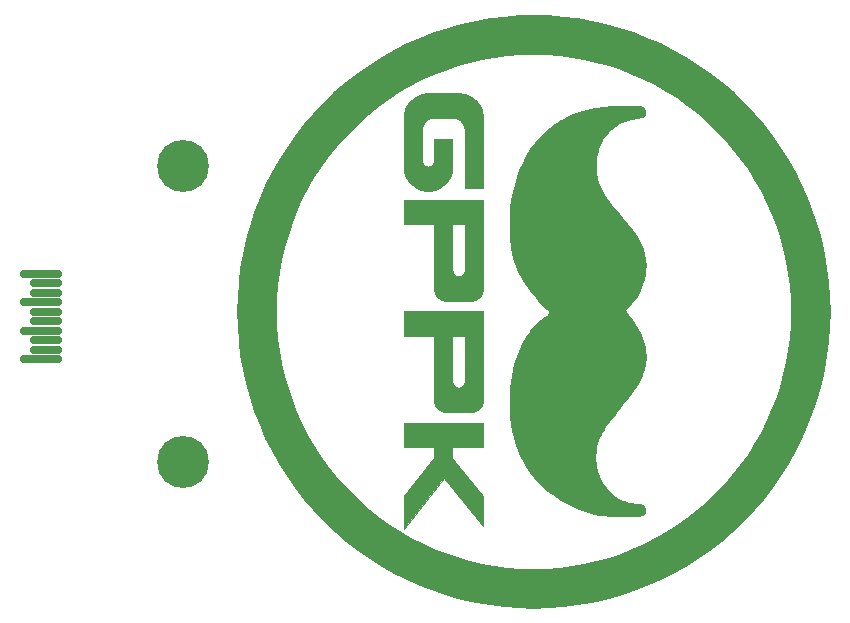
<source format=gts>
G04 #@! TF.GenerationSoftware,KiCad,Pcbnew,8.0.1*
G04 #@! TF.CreationDate,2024-04-08T19:57:07+01:00*
G04 #@! TF.ProjectId,hexpansion,68657870-616e-4736-996f-6e2e6b696361,rev?*
G04 #@! TF.SameCoordinates,Original*
G04 #@! TF.FileFunction,Soldermask,Top*
G04 #@! TF.FilePolarity,Negative*
%FSLAX46Y46*%
G04 Gerber Fmt 4.6, Leading zero omitted, Abs format (unit mm)*
G04 Created by KiCad (PCBNEW 8.0.1) date 2024-04-08 19:57:07*
%MOMM*%
%LPD*%
G01*
G04 APERTURE LIST*
G04 Aperture macros list*
%AMRoundRect*
0 Rectangle with rounded corners*
0 $1 Rounding radius*
0 $2 $3 $4 $5 $6 $7 $8 $9 X,Y pos of 4 corners*
0 Add a 4 corners polygon primitive as box body*
4,1,4,$2,$3,$4,$5,$6,$7,$8,$9,$2,$3,0*
0 Add four circle primitives for the rounded corners*
1,1,$1+$1,$2,$3*
1,1,$1+$1,$4,$5*
1,1,$1+$1,$6,$7*
1,1,$1+$1,$8,$9*
0 Add four rect primitives between the rounded corners*
20,1,$1+$1,$2,$3,$4,$5,0*
20,1,$1+$1,$4,$5,$6,$7,0*
20,1,$1+$1,$6,$7,$8,$9,0*
20,1,$1+$1,$8,$9,$2,$3,0*%
G04 Aperture macros list end*
%ADD10C,0.000000*%
%ADD11C,0.069916*%
%ADD12C,0.252998*%
%ADD13RoundRect,0.150000X1.600000X0.150000X-1.600000X0.150000X-1.600000X-0.150000X1.600000X-0.150000X0*%
%ADD14RoundRect,0.150000X1.200000X0.150000X-1.200000X0.150000X-1.200000X-0.150000X1.200000X-0.150000X0*%
%ADD15C,0.700000*%
%ADD16C,4.400000*%
G04 APERTURE END LIST*
D10*
G36*
X143437665Y-74797736D02*
G01*
X144668932Y-74889341D01*
X145889736Y-75040982D01*
X147098027Y-75251810D01*
X148291757Y-75520975D01*
X149468876Y-75847629D01*
X150627335Y-76230922D01*
X151765085Y-76670008D01*
X152880078Y-77164035D01*
X153970264Y-77712157D01*
X155033593Y-78313524D01*
X156068018Y-78967286D01*
X157071489Y-79672597D01*
X158041957Y-80428606D01*
X158977372Y-81234465D01*
X159875687Y-82089325D01*
X160730550Y-82987637D01*
X161536412Y-83923050D01*
X162292424Y-84893516D01*
X162997737Y-85896986D01*
X163651502Y-86931410D01*
X164252872Y-87994740D01*
X164800996Y-89084926D01*
X165295027Y-90199920D01*
X165734115Y-91337671D01*
X166117412Y-92496132D01*
X166444068Y-93673254D01*
X166713236Y-94866986D01*
X166924066Y-96075280D01*
X167075710Y-97296087D01*
X167167319Y-98527358D01*
X167198044Y-99767044D01*
X167167319Y-101006725D01*
X167075711Y-102237991D01*
X166924068Y-103458794D01*
X166713239Y-104667085D01*
X166444072Y-105860814D01*
X166117417Y-107037933D01*
X165734122Y-108196392D01*
X165295036Y-109334142D01*
X164801008Y-110449134D01*
X164252886Y-111539319D01*
X163651519Y-112602648D01*
X162997756Y-113637072D01*
X162292446Y-114640541D01*
X161536436Y-115611007D01*
X160730577Y-116546421D01*
X159875717Y-117444733D01*
X158977405Y-118299593D01*
X158041991Y-119105452D01*
X157071524Y-119861462D01*
X156068053Y-120566773D01*
X155033628Y-121220536D01*
X153970298Y-121821903D01*
X152880111Y-122370026D01*
X151765118Y-122864055D01*
X150627367Y-123303141D01*
X149468907Y-123686436D01*
X148291788Y-124013091D01*
X147098060Y-124282257D01*
X145889770Y-124493086D01*
X144668969Y-124644729D01*
X143437705Y-124736336D01*
X142198029Y-124767059D01*
X140958349Y-124736336D01*
X139727084Y-124644729D01*
X138506281Y-124493086D01*
X137297991Y-124282258D01*
X136104262Y-124013091D01*
X134927144Y-123686436D01*
X133768685Y-123303142D01*
X132630935Y-122864056D01*
X131515943Y-122370027D01*
X130425757Y-121821905D01*
X129362429Y-121220539D01*
X128328005Y-120566776D01*
X127324536Y-119861466D01*
X126354071Y-119105457D01*
X125418658Y-118299599D01*
X124520348Y-117444740D01*
X123665487Y-116546430D01*
X122859628Y-115611017D01*
X122103618Y-114640552D01*
X121398306Y-113637083D01*
X120744542Y-112602659D01*
X120143174Y-111539330D01*
X119595051Y-110449144D01*
X119101021Y-109334151D01*
X118661933Y-108196400D01*
X118278637Y-107037940D01*
X117951981Y-105860821D01*
X117682813Y-104667090D01*
X117471983Y-103458798D01*
X117320339Y-102237994D01*
X117228731Y-101006726D01*
X117198006Y-99767044D01*
X117209616Y-99298587D01*
X117744291Y-99298587D01*
X117745867Y-100426066D01*
X117798923Y-101552188D01*
X117903644Y-102674578D01*
X118060217Y-103790861D01*
X118268827Y-104898660D01*
X118529659Y-105995603D01*
X118842899Y-107079313D01*
X119208733Y-108147415D01*
X119729136Y-109472921D01*
X120329133Y-110762294D01*
X121005288Y-112012291D01*
X121754164Y-113219666D01*
X122572326Y-114381176D01*
X123456338Y-115493576D01*
X124402763Y-116553623D01*
X125408166Y-117558072D01*
X126469111Y-118503679D01*
X127582162Y-119387199D01*
X128743882Y-120205388D01*
X129950837Y-120955003D01*
X131199590Y-121632798D01*
X132486705Y-122235530D01*
X133808746Y-122759955D01*
X135162277Y-123202827D01*
X136565457Y-123585929D01*
X137987981Y-123879786D01*
X139424893Y-124085304D01*
X140871230Y-124203388D01*
X142322035Y-124234940D01*
X143772348Y-124180867D01*
X145217209Y-124042072D01*
X146651659Y-123819460D01*
X148070738Y-123513935D01*
X149469487Y-123126403D01*
X150842947Y-122657766D01*
X152186157Y-122108930D01*
X153494159Y-121480800D01*
X154761993Y-120774279D01*
X155984699Y-119990272D01*
X157157318Y-119129684D01*
X158256792Y-118237891D01*
X159298251Y-117281541D01*
X160279687Y-116264883D01*
X161199091Y-115192166D01*
X162054457Y-114067636D01*
X162843777Y-112895542D01*
X163565041Y-111680132D01*
X164216244Y-110425654D01*
X164795376Y-109136357D01*
X165300430Y-107816488D01*
X165729398Y-106470295D01*
X166080272Y-105102026D01*
X166351045Y-103715930D01*
X166539708Y-102316254D01*
X166644253Y-100907247D01*
X166662674Y-99493156D01*
X166662659Y-99493164D01*
X166652770Y-99115715D01*
X166636583Y-98738231D01*
X166614059Y-98360848D01*
X166585159Y-97983704D01*
X166562958Y-97496902D01*
X166483776Y-96818350D01*
X166386922Y-96142121D01*
X166272400Y-95468715D01*
X166140213Y-94798636D01*
X165990366Y-94132385D01*
X165822863Y-93470465D01*
X165637708Y-92813376D01*
X165434904Y-92161622D01*
X165214456Y-91515704D01*
X164976369Y-90876124D01*
X164720645Y-90243385D01*
X164447289Y-89617987D01*
X164156306Y-89000434D01*
X163847698Y-88391227D01*
X163521471Y-87790868D01*
X163177628Y-87199860D01*
X162729773Y-86480359D01*
X162256913Y-85777313D01*
X161759779Y-85091394D01*
X161239103Y-84423272D01*
X160695617Y-83773618D01*
X160130052Y-83143102D01*
X159543141Y-82532396D01*
X158935616Y-81942170D01*
X158308207Y-81373095D01*
X157661648Y-80825842D01*
X156996670Y-80301081D01*
X156314005Y-79799483D01*
X155614385Y-79321719D01*
X154898541Y-78868460D01*
X154167206Y-78440377D01*
X153421112Y-78038139D01*
X152666960Y-77665460D01*
X151900396Y-77319181D01*
X151122373Y-76999549D01*
X150333845Y-76706808D01*
X149535765Y-76441206D01*
X148729087Y-76202986D01*
X147914764Y-75992396D01*
X147093750Y-75809680D01*
X146266998Y-75655085D01*
X145435462Y-75528856D01*
X144600095Y-75431239D01*
X143761851Y-75362480D01*
X142921683Y-75322825D01*
X142080544Y-75312518D01*
X141239389Y-75331807D01*
X140399170Y-75380936D01*
X139555160Y-75456178D01*
X138714550Y-75561493D01*
X137878283Y-75696499D01*
X137047303Y-75860817D01*
X136222554Y-76054064D01*
X135404980Y-76275859D01*
X134595524Y-76525822D01*
X133795130Y-76803571D01*
X133004742Y-77108725D01*
X132225303Y-77440903D01*
X131457759Y-77799724D01*
X130703051Y-78184806D01*
X129962124Y-78595770D01*
X129235922Y-79032233D01*
X128525388Y-79493814D01*
X127831467Y-79980133D01*
X127153815Y-80489656D01*
X126494583Y-81022677D01*
X125854418Y-81578413D01*
X125233969Y-82156084D01*
X124633886Y-82754910D01*
X124054817Y-83374110D01*
X123497412Y-84012903D01*
X122962319Y-84670507D01*
X122450188Y-85346144D01*
X121961668Y-86039031D01*
X121497407Y-86748387D01*
X121058055Y-87473433D01*
X120644261Y-88213388D01*
X120256673Y-88967469D01*
X119895941Y-89734898D01*
X119562714Y-90514893D01*
X119159126Y-91567729D01*
X118805534Y-92638209D01*
X118502124Y-93723956D01*
X118249081Y-94822597D01*
X118046591Y-95931755D01*
X117894839Y-97049056D01*
X117794010Y-98172125D01*
X117744291Y-99298587D01*
X117209616Y-99298587D01*
X117228729Y-98527363D01*
X117320336Y-97296097D01*
X117471979Y-96075293D01*
X117682808Y-94867002D01*
X117951974Y-93673272D01*
X118278629Y-92496153D01*
X118661924Y-91337693D01*
X119101010Y-90199943D01*
X119595039Y-89084950D01*
X120143162Y-87994764D01*
X120744529Y-86931434D01*
X121398292Y-85897010D01*
X122103603Y-84893540D01*
X122859613Y-83923073D01*
X123665472Y-82987660D01*
X124520332Y-82089348D01*
X125418643Y-81234487D01*
X126354055Y-80428628D01*
X127324520Y-79672618D01*
X128327989Y-78967307D01*
X129362412Y-78313543D01*
X130425741Y-77712175D01*
X131515925Y-77164051D01*
X132630916Y-76670022D01*
X133768664Y-76230935D01*
X134927121Y-75847639D01*
X136104237Y-75520983D01*
X137297963Y-75251817D01*
X138506250Y-75040987D01*
X139727048Y-74889345D01*
X140958309Y-74797737D01*
X142197983Y-74767014D01*
X143437665Y-74797736D01*
G37*
G36*
X151246449Y-82349882D02*
G01*
X151295257Y-82359538D01*
X151342503Y-82373647D01*
X151388022Y-82391932D01*
X151431652Y-82414117D01*
X151473227Y-82439928D01*
X151512585Y-82469088D01*
X151549562Y-82501320D01*
X151583993Y-82536351D01*
X151615714Y-82573902D01*
X151644563Y-82613700D01*
X151670374Y-82655467D01*
X151692984Y-82698928D01*
X151712230Y-82743808D01*
X151727947Y-82789829D01*
X151739972Y-82836717D01*
X151748140Y-82884196D01*
X151752288Y-82931989D01*
X151752252Y-82979821D01*
X151747868Y-83027417D01*
X151738972Y-83074499D01*
X151725400Y-83120793D01*
X151706989Y-83166022D01*
X151683575Y-83209911D01*
X151654993Y-83252184D01*
X151621080Y-83292565D01*
X151581673Y-83330778D01*
X151536606Y-83366547D01*
X151413328Y-83399377D01*
X151288440Y-83428171D01*
X151035086Y-83477223D01*
X150522823Y-83566202D01*
X150395425Y-83591757D01*
X150268919Y-83620423D01*
X150143618Y-83653093D01*
X150019836Y-83690660D01*
X149897884Y-83734019D01*
X149778076Y-83784062D01*
X149660725Y-83841684D01*
X149546143Y-83907776D01*
X149359491Y-84007458D01*
X149182177Y-84117165D01*
X149014173Y-84236400D01*
X148855453Y-84364669D01*
X148705988Y-84501473D01*
X148565752Y-84646318D01*
X148434717Y-84798707D01*
X148312857Y-84958143D01*
X148200143Y-85124130D01*
X148096549Y-85296173D01*
X148002048Y-85473774D01*
X147916611Y-85656438D01*
X147840213Y-85843668D01*
X147772825Y-86034969D01*
X147714421Y-86229843D01*
X147664972Y-86427794D01*
X147592835Y-86830946D01*
X147556196Y-87240452D01*
X147554837Y-87652344D01*
X147588540Y-88062652D01*
X147657086Y-88467404D01*
X147760259Y-88862633D01*
X147897840Y-89244366D01*
X147979465Y-89428932D01*
X148069611Y-89608635D01*
X148254892Y-89904021D01*
X148451826Y-90191568D01*
X148658526Y-90472545D01*
X148873105Y-90748222D01*
X149318349Y-91288755D01*
X149772461Y-91823323D01*
X150220341Y-92362085D01*
X150437226Y-92636212D01*
X150646892Y-92915197D01*
X150847450Y-93200309D01*
X151037014Y-93492817D01*
X151213697Y-93793992D01*
X151375610Y-94105103D01*
X151456433Y-94284589D01*
X151527848Y-94466326D01*
X151589999Y-94650054D01*
X151643032Y-94835511D01*
X151687090Y-95022436D01*
X151722319Y-95210568D01*
X151748863Y-95399647D01*
X151766866Y-95589411D01*
X151776474Y-95779600D01*
X151777830Y-95969953D01*
X151771080Y-96160208D01*
X151756367Y-96350105D01*
X151733837Y-96539383D01*
X151703634Y-96727780D01*
X151665902Y-96915037D01*
X151620787Y-97100892D01*
X151568432Y-97285084D01*
X151508982Y-97467352D01*
X151369377Y-97825073D01*
X151203127Y-98171969D01*
X151011390Y-98505950D01*
X150795322Y-98824930D01*
X150556079Y-99126822D01*
X150428128Y-99270707D01*
X150294818Y-99409538D01*
X150156292Y-99543052D01*
X150012695Y-99670990D01*
X150316735Y-100073903D01*
X150615242Y-100484641D01*
X150759521Y-100693845D01*
X150898938Y-100906087D01*
X151032335Y-101121726D01*
X151158550Y-101341124D01*
X151276426Y-101564640D01*
X151384801Y-101792635D01*
X151482517Y-102025469D01*
X151568415Y-102263504D01*
X151641335Y-102507099D01*
X151700117Y-102756614D01*
X151743602Y-103012411D01*
X151770630Y-103274849D01*
X151770615Y-103274849D01*
X151782410Y-103497391D01*
X151786359Y-103685681D01*
X151780855Y-103870897D01*
X151766295Y-104053142D01*
X151743071Y-104232517D01*
X151711578Y-104409124D01*
X151672211Y-104583066D01*
X151625363Y-104754444D01*
X151571430Y-104923361D01*
X151510805Y-105089918D01*
X151443882Y-105254218D01*
X151292723Y-105576454D01*
X151121106Y-105890885D01*
X150932186Y-106198327D01*
X150729118Y-106499597D01*
X150515057Y-106795511D01*
X150293157Y-107086886D01*
X150066573Y-107374538D01*
X149611969Y-107941938D01*
X149390259Y-108223319D01*
X149176483Y-108504242D01*
X149001704Y-108700353D01*
X148831605Y-108902494D01*
X148667249Y-109110506D01*
X148509698Y-109324228D01*
X148360014Y-109543498D01*
X148219260Y-109768156D01*
X148088498Y-109998041D01*
X147968790Y-110232993D01*
X147861199Y-110472851D01*
X147766787Y-110717454D01*
X147686616Y-110966641D01*
X147621748Y-111220252D01*
X147573247Y-111478126D01*
X147542173Y-111740102D01*
X147529590Y-112006020D01*
X147536560Y-112275719D01*
X147538583Y-112453996D01*
X147549609Y-112631461D01*
X147569422Y-112807808D01*
X147597809Y-112982730D01*
X147634555Y-113155922D01*
X147679446Y-113327077D01*
X147732266Y-113495888D01*
X147792803Y-113662049D01*
X147860840Y-113825254D01*
X147936165Y-113985196D01*
X148018563Y-114141570D01*
X148107818Y-114294069D01*
X148203718Y-114442385D01*
X148306047Y-114586214D01*
X148414590Y-114725249D01*
X148529135Y-114859183D01*
X148649465Y-114987711D01*
X148775368Y-115110525D01*
X148906628Y-115227319D01*
X149043030Y-115337788D01*
X149184362Y-115441624D01*
X149330407Y-115538521D01*
X149480953Y-115628174D01*
X149635783Y-115710276D01*
X149794685Y-115784519D01*
X149957444Y-115850599D01*
X150123844Y-115908209D01*
X150293672Y-115957041D01*
X150466714Y-115996791D01*
X150642755Y-116027152D01*
X150821580Y-116047817D01*
X151002975Y-116058479D01*
X151055312Y-116049025D01*
X151107100Y-116044171D01*
X151158172Y-116043715D01*
X151208356Y-116047456D01*
X151257485Y-116055191D01*
X151305389Y-116066719D01*
X151351899Y-116081838D01*
X151396846Y-116100346D01*
X151440060Y-116122043D01*
X151481372Y-116146725D01*
X151520613Y-116174192D01*
X151557613Y-116204242D01*
X151592205Y-116236672D01*
X151624217Y-116271282D01*
X151653481Y-116307869D01*
X151679829Y-116346231D01*
X151703089Y-116386168D01*
X151723095Y-116427478D01*
X151739675Y-116469957D01*
X151752661Y-116513406D01*
X151761884Y-116557622D01*
X151767175Y-116602404D01*
X151768363Y-116647549D01*
X151765281Y-116692856D01*
X151757758Y-116738124D01*
X151745626Y-116783150D01*
X151728715Y-116827733D01*
X151706857Y-116871671D01*
X151679881Y-116914763D01*
X151647619Y-116956806D01*
X151609901Y-116997600D01*
X151566559Y-117036942D01*
X151518013Y-117062947D01*
X151468619Y-117086009D01*
X151418423Y-117106281D01*
X151367468Y-117123919D01*
X151263463Y-117151906D01*
X151156965Y-117171205D01*
X151048332Y-117183051D01*
X150937926Y-117188679D01*
X150826105Y-117189323D01*
X150713228Y-117186218D01*
X150258360Y-117161006D01*
X150145600Y-117157678D01*
X150033941Y-117158009D01*
X149923745Y-117163236D01*
X149815369Y-117174591D01*
X149415456Y-117187671D01*
X149016561Y-117182062D01*
X148619234Y-117158138D01*
X148224021Y-117116274D01*
X147831471Y-117056842D01*
X147442132Y-116980218D01*
X147056551Y-116886775D01*
X146675276Y-116776888D01*
X146298855Y-116650930D01*
X145927837Y-116509276D01*
X145562769Y-116352299D01*
X145204199Y-116180373D01*
X144852674Y-115993874D01*
X144508744Y-115793174D01*
X144172955Y-115578648D01*
X143845856Y-115350670D01*
X143394200Y-115017438D01*
X142973094Y-114654271D01*
X142582344Y-114263371D01*
X142221755Y-113846939D01*
X141891133Y-113407177D01*
X141590283Y-112946287D01*
X141319011Y-112466470D01*
X141077122Y-111969928D01*
X140864421Y-111458863D01*
X140680714Y-110935476D01*
X140525807Y-110401969D01*
X140399505Y-109860543D01*
X140301613Y-109313401D01*
X140231936Y-108762744D01*
X140190281Y-108210773D01*
X140176453Y-107659691D01*
X140184401Y-107183458D01*
X140205875Y-106702422D01*
X140242289Y-106218605D01*
X140295058Y-105734028D01*
X140365597Y-105250714D01*
X140455320Y-104770684D01*
X140565641Y-104295960D01*
X140697975Y-103828565D01*
X140853737Y-103370519D01*
X141034340Y-102923845D01*
X141241201Y-102490565D01*
X141475732Y-102072700D01*
X141739349Y-101672272D01*
X141882506Y-101479230D01*
X142033465Y-101291304D01*
X142192403Y-101108749D01*
X142359497Y-100931817D01*
X142534922Y-100760761D01*
X142718857Y-100595833D01*
X142740800Y-100563411D01*
X142766973Y-100531502D01*
X142796938Y-100500065D01*
X142830256Y-100469059D01*
X142905202Y-100408173D01*
X142988306Y-100348515D01*
X143164972Y-100231566D01*
X143251525Y-100173614D01*
X143332220Y-100115572D01*
X143403552Y-100057109D01*
X143434612Y-100027617D01*
X143462017Y-99997897D01*
X143485329Y-99967906D01*
X143504110Y-99937604D01*
X143517923Y-99906950D01*
X143526328Y-99875902D01*
X143528889Y-99844420D01*
X143525166Y-99812461D01*
X143514723Y-99779985D01*
X143497120Y-99746951D01*
X143471921Y-99713317D01*
X143438686Y-99679043D01*
X143396978Y-99644086D01*
X143346359Y-99608406D01*
X142854111Y-99110921D01*
X142613428Y-98854374D01*
X142378029Y-98592287D01*
X142149157Y-98324406D01*
X141928054Y-98050479D01*
X141715963Y-97770251D01*
X141514128Y-97483470D01*
X141323790Y-97189882D01*
X141146192Y-96889234D01*
X140982577Y-96581272D01*
X140834187Y-96265744D01*
X140702266Y-95942396D01*
X140588056Y-95610974D01*
X140492800Y-95271226D01*
X140417740Y-94922897D01*
X140316105Y-94277512D01*
X140242558Y-93623844D01*
X140198150Y-92964371D01*
X140183931Y-92301569D01*
X140200952Y-91637916D01*
X140250266Y-90975889D01*
X140332922Y-90317966D01*
X140449972Y-89666622D01*
X140602467Y-89024336D01*
X140791459Y-88393584D01*
X141017997Y-87776844D01*
X141283134Y-87176592D01*
X141587920Y-86595306D01*
X141933407Y-86035463D01*
X142320646Y-85499539D01*
X142750687Y-84990013D01*
X142906063Y-84823831D01*
X143069380Y-84662433D01*
X143239895Y-84506000D01*
X143416867Y-84354708D01*
X143599553Y-84208737D01*
X143787213Y-84068265D01*
X143979105Y-83933470D01*
X144174486Y-83804531D01*
X144372616Y-83681626D01*
X144572752Y-83564934D01*
X144774153Y-83454634D01*
X144976077Y-83350902D01*
X145177782Y-83253919D01*
X145378527Y-83163862D01*
X145577570Y-83080910D01*
X145774170Y-83005241D01*
X146087140Y-82890582D01*
X146402939Y-82789740D01*
X146721324Y-82701911D01*
X147042050Y-82626289D01*
X147364875Y-82562070D01*
X147689554Y-82508449D01*
X148015844Y-82464622D01*
X148343500Y-82429782D01*
X148672280Y-82403125D01*
X149001939Y-82383847D01*
X149662920Y-82364205D01*
X150324494Y-82364417D01*
X150984711Y-82378044D01*
X151038872Y-82361300D01*
X151092290Y-82350388D01*
X151144802Y-82345031D01*
X151196243Y-82344955D01*
X151246449Y-82349882D01*
G37*
D11*
X137922714Y-107254990D02*
X137921532Y-107307506D01*
X137917985Y-107359125D01*
X137912073Y-107409845D01*
X137903797Y-107459666D01*
X137893156Y-107508589D01*
X137880151Y-107556613D01*
X137864781Y-107603739D01*
X137847046Y-107649966D01*
X137826946Y-107695295D01*
X137804482Y-107739726D01*
X137779654Y-107783258D01*
X137752460Y-107825891D01*
X137722903Y-107867627D01*
X137690980Y-107908463D01*
X137656693Y-107948402D01*
X137620041Y-107987442D01*
X137581713Y-108024094D01*
X137542391Y-108058381D01*
X137502076Y-108090304D01*
X137460768Y-108119862D01*
X137418466Y-108147055D01*
X137375171Y-108171884D01*
X137330883Y-108194348D01*
X137285601Y-108214447D01*
X137239326Y-108232182D01*
X137192057Y-108247552D01*
X137143795Y-108260557D01*
X137094540Y-108271198D01*
X137044292Y-108279474D01*
X136993051Y-108285386D01*
X136940816Y-108288933D01*
X136887588Y-108290115D01*
X134823395Y-108290115D01*
X134770167Y-108288933D01*
X134717932Y-108285386D01*
X134666691Y-108279474D01*
X134616443Y-108271198D01*
X134567187Y-108260557D01*
X134518925Y-108247552D01*
X134471657Y-108232182D01*
X134425381Y-108214447D01*
X134380098Y-108194348D01*
X134335809Y-108171884D01*
X134292512Y-108147055D01*
X134250209Y-108119862D01*
X134208899Y-108090304D01*
X134168582Y-108058381D01*
X134129258Y-108024094D01*
X134090927Y-107987442D01*
X134054275Y-107948402D01*
X134019988Y-107908463D01*
X133988065Y-107867627D01*
X133958508Y-107825891D01*
X133931314Y-107783258D01*
X133906486Y-107739726D01*
X133884022Y-107695295D01*
X133863922Y-107649966D01*
X133846187Y-107603739D01*
X133830817Y-107556613D01*
X133817812Y-107508589D01*
X133807171Y-107459666D01*
X133798895Y-107409845D01*
X133792983Y-107359125D01*
X133789436Y-107307506D01*
X133788254Y-107254990D01*
X133788254Y-101831169D01*
X135337921Y-101831169D01*
X135337921Y-105705322D01*
X135338512Y-105731569D01*
X135340286Y-105757343D01*
X135343242Y-105782644D01*
X135347380Y-105807472D01*
X135352700Y-105831827D01*
X135359203Y-105855710D01*
X135366888Y-105879119D01*
X135375755Y-105902056D01*
X135385805Y-105924519D01*
X135397037Y-105946510D01*
X135409451Y-105968028D01*
X135423048Y-105989072D01*
X135437827Y-106009644D01*
X135453788Y-106029742D01*
X135470932Y-106049367D01*
X135489258Y-106068520D01*
X135508435Y-106086846D01*
X135528132Y-106103989D01*
X135548349Y-106119950D01*
X135569086Y-106134729D01*
X135590344Y-106148326D01*
X135612121Y-106160740D01*
X135634418Y-106171972D01*
X135657236Y-106182022D01*
X135680574Y-106190889D01*
X135704432Y-106198575D01*
X135728810Y-106205077D01*
X135753709Y-106210398D01*
X135779127Y-106214536D01*
X135805066Y-106217492D01*
X135831526Y-106219265D01*
X135858505Y-106219856D01*
X135884753Y-106219265D01*
X135910528Y-106217492D01*
X135935830Y-106214536D01*
X135960658Y-106210398D01*
X135985014Y-106205077D01*
X136008896Y-106198575D01*
X136032306Y-106190889D01*
X136055243Y-106182022D01*
X136077706Y-106171972D01*
X136099697Y-106160740D01*
X136121215Y-106148326D01*
X136142259Y-106134729D01*
X136162831Y-106119950D01*
X136182930Y-106103989D01*
X136202557Y-106086846D01*
X136221710Y-106068520D01*
X136240036Y-106049367D01*
X136257180Y-106029742D01*
X136273141Y-106009644D01*
X136287920Y-105989072D01*
X136301517Y-105968028D01*
X136313931Y-105946510D01*
X136325163Y-105924519D01*
X136335213Y-105902056D01*
X136344080Y-105879119D01*
X136351765Y-105855710D01*
X136358268Y-105831827D01*
X136363588Y-105807472D01*
X136367726Y-105782644D01*
X136370682Y-105757343D01*
X136372456Y-105731569D01*
X136373047Y-105705322D01*
X136373047Y-101831169D01*
X135337921Y-101831169D01*
X133788254Y-101831169D01*
X131209518Y-101831169D01*
X131209534Y-99766975D01*
X137922714Y-99766975D01*
X137922714Y-107254990D01*
G36*
X137922714Y-107254990D02*
G01*
X137921532Y-107307506D01*
X137917985Y-107359125D01*
X137912073Y-107409845D01*
X137903797Y-107459666D01*
X137893156Y-107508589D01*
X137880151Y-107556613D01*
X137864781Y-107603739D01*
X137847046Y-107649966D01*
X137826946Y-107695295D01*
X137804482Y-107739726D01*
X137779654Y-107783258D01*
X137752460Y-107825891D01*
X137722903Y-107867627D01*
X137690980Y-107908463D01*
X137656693Y-107948402D01*
X137620041Y-107987442D01*
X137581713Y-108024094D01*
X137542391Y-108058381D01*
X137502076Y-108090304D01*
X137460768Y-108119862D01*
X137418466Y-108147055D01*
X137375171Y-108171884D01*
X137330883Y-108194348D01*
X137285601Y-108214447D01*
X137239326Y-108232182D01*
X137192057Y-108247552D01*
X137143795Y-108260557D01*
X137094540Y-108271198D01*
X137044292Y-108279474D01*
X136993051Y-108285386D01*
X136940816Y-108288933D01*
X136887588Y-108290115D01*
X134823395Y-108290115D01*
X134770167Y-108288933D01*
X134717932Y-108285386D01*
X134666691Y-108279474D01*
X134616443Y-108271198D01*
X134567187Y-108260557D01*
X134518925Y-108247552D01*
X134471657Y-108232182D01*
X134425381Y-108214447D01*
X134380098Y-108194348D01*
X134335809Y-108171884D01*
X134292512Y-108147055D01*
X134250209Y-108119862D01*
X134208899Y-108090304D01*
X134168582Y-108058381D01*
X134129258Y-108024094D01*
X134090927Y-107987442D01*
X134054275Y-107948402D01*
X134019988Y-107908463D01*
X133988065Y-107867627D01*
X133958508Y-107825891D01*
X133931314Y-107783258D01*
X133906486Y-107739726D01*
X133884022Y-107695295D01*
X133863922Y-107649966D01*
X133846187Y-107603739D01*
X133830817Y-107556613D01*
X133817812Y-107508589D01*
X133807171Y-107459666D01*
X133798895Y-107409845D01*
X133792983Y-107359125D01*
X133789436Y-107307506D01*
X133788254Y-107254990D01*
X133788254Y-101831169D01*
X135337921Y-101831169D01*
X135337921Y-105705322D01*
X135338512Y-105731569D01*
X135340286Y-105757343D01*
X135343242Y-105782644D01*
X135347380Y-105807472D01*
X135352700Y-105831827D01*
X135359203Y-105855710D01*
X135366888Y-105879119D01*
X135375755Y-105902056D01*
X135385805Y-105924519D01*
X135397037Y-105946510D01*
X135409451Y-105968028D01*
X135423048Y-105989072D01*
X135437827Y-106009644D01*
X135453788Y-106029742D01*
X135470932Y-106049367D01*
X135489258Y-106068520D01*
X135508435Y-106086846D01*
X135528132Y-106103989D01*
X135548349Y-106119950D01*
X135569086Y-106134729D01*
X135590344Y-106148326D01*
X135612121Y-106160740D01*
X135634418Y-106171972D01*
X135657236Y-106182022D01*
X135680574Y-106190889D01*
X135704432Y-106198575D01*
X135728810Y-106205077D01*
X135753709Y-106210398D01*
X135779127Y-106214536D01*
X135805066Y-106217492D01*
X135831526Y-106219265D01*
X135858505Y-106219856D01*
X135884753Y-106219265D01*
X135910528Y-106217492D01*
X135935830Y-106214536D01*
X135960658Y-106210398D01*
X135985014Y-106205077D01*
X136008896Y-106198575D01*
X136032306Y-106190889D01*
X136055243Y-106182022D01*
X136077706Y-106171972D01*
X136099697Y-106160740D01*
X136121215Y-106148326D01*
X136142259Y-106134729D01*
X136162831Y-106119950D01*
X136182930Y-106103989D01*
X136202557Y-106086846D01*
X136221710Y-106068520D01*
X136240036Y-106049367D01*
X136257180Y-106029742D01*
X136273141Y-106009644D01*
X136287920Y-105989072D01*
X136301517Y-105968028D01*
X136313931Y-105946510D01*
X136325163Y-105924519D01*
X136335213Y-105902056D01*
X136344080Y-105879119D01*
X136351765Y-105855710D01*
X136358268Y-105831827D01*
X136363588Y-105807472D01*
X136367726Y-105782644D01*
X136370682Y-105757343D01*
X136372456Y-105731569D01*
X136373047Y-105705322D01*
X136373047Y-101831169D01*
X135337921Y-101831169D01*
X133788254Y-101831169D01*
X131209518Y-101831169D01*
X131209534Y-99766975D01*
X137922714Y-99766975D01*
X137922714Y-107254990D01*
G37*
D10*
G36*
X151246709Y-82353946D02*
G01*
X151295516Y-82363604D01*
X151342762Y-82377714D01*
X151388282Y-82396001D01*
X151431911Y-82418189D01*
X151473487Y-82444003D01*
X151512845Y-82473165D01*
X151549821Y-82505401D01*
X151584252Y-82540434D01*
X151615974Y-82577989D01*
X151644822Y-82617790D01*
X151670633Y-82659560D01*
X151693244Y-82703025D01*
X151712489Y-82747907D01*
X151728207Y-82793932D01*
X151740231Y-82840823D01*
X151748399Y-82888304D01*
X151752547Y-82936101D01*
X151752511Y-82983936D01*
X151748127Y-83031533D01*
X151739231Y-83078618D01*
X151725660Y-83124914D01*
X151707249Y-83170145D01*
X151683834Y-83214036D01*
X151655253Y-83256310D01*
X151621340Y-83296691D01*
X151581932Y-83334905D01*
X151536865Y-83370674D01*
X151413586Y-83403504D01*
X151288695Y-83432293D01*
X151035329Y-83481327D01*
X150523029Y-83570245D01*
X150395621Y-83595783D01*
X150269105Y-83624432D01*
X150143796Y-83657087D01*
X150020005Y-83694641D01*
X149898047Y-83737988D01*
X149778234Y-83788022D01*
X149660879Y-83845638D01*
X149546295Y-83911728D01*
X149359644Y-84011410D01*
X149182331Y-84121118D01*
X149014329Y-84240355D01*
X148855611Y-84368625D01*
X148706150Y-84505431D01*
X148565917Y-84650278D01*
X148434887Y-84802670D01*
X148313031Y-84962109D01*
X148200322Y-85128100D01*
X148096734Y-85300146D01*
X148002238Y-85477751D01*
X147916807Y-85660419D01*
X147840415Y-85847653D01*
X147773033Y-86038958D01*
X147714635Y-86233836D01*
X147665194Y-86431792D01*
X147593069Y-86834952D01*
X147556443Y-87244467D01*
X147555095Y-87656367D01*
X147588808Y-88066681D01*
X147657364Y-88471440D01*
X147760543Y-88866672D01*
X147898128Y-89248409D01*
X147979755Y-89432975D01*
X148069901Y-89612679D01*
X148255179Y-89908062D01*
X148452105Y-90195605D01*
X148658792Y-90476576D01*
X148873354Y-90752246D01*
X149318557Y-91292761D01*
X149772621Y-91827311D01*
X150220454Y-92366053D01*
X150437317Y-92640172D01*
X150646963Y-92919149D01*
X150847504Y-93204254D01*
X151037056Y-93496758D01*
X151213730Y-93797930D01*
X151375641Y-94109039D01*
X151456463Y-94288526D01*
X151527878Y-94470265D01*
X151590031Y-94653995D01*
X151643066Y-94839455D01*
X151687129Y-95026385D01*
X151722362Y-95214522D01*
X151748912Y-95403606D01*
X151766922Y-95593377D01*
X151776536Y-95783572D01*
X151777900Y-95973932D01*
X151771158Y-96164195D01*
X151756454Y-96354100D01*
X151733933Y-96543386D01*
X151703739Y-96731792D01*
X151666017Y-96919057D01*
X151620911Y-97104920D01*
X151568565Y-97289121D01*
X151509125Y-97471398D01*
X151369539Y-97829135D01*
X151203307Y-98176046D01*
X151011586Y-98510041D01*
X150795531Y-98829033D01*
X150556298Y-99130934D01*
X150428352Y-99274822D01*
X150295044Y-99413655D01*
X150156520Y-99547172D01*
X150012924Y-99675110D01*
X150316946Y-100078026D01*
X150615406Y-100488771D01*
X150759654Y-100697979D01*
X150899037Y-100910226D01*
X151032396Y-101125871D01*
X151158573Y-101345274D01*
X151276410Y-101568796D01*
X151384748Y-101796796D01*
X151482430Y-102029636D01*
X151568296Y-102267675D01*
X151641190Y-102511274D01*
X151699951Y-102760792D01*
X151743423Y-103016591D01*
X151770447Y-103279030D01*
X151782349Y-103501747D01*
X151786299Y-103690035D01*
X151780799Y-103875248D01*
X151766244Y-104057486D01*
X151743027Y-104236852D01*
X151711543Y-104413450D01*
X151672186Y-104587379D01*
X151625351Y-104758744D01*
X151571431Y-104927646D01*
X151510820Y-105094187D01*
X151443913Y-105258470D01*
X151292787Y-105580669D01*
X151121206Y-105895061D01*
X150932323Y-106202462D01*
X150729293Y-106503692D01*
X150515267Y-106799567D01*
X150293401Y-107090904D01*
X150066846Y-107378523D01*
X149612288Y-107945872D01*
X149390590Y-108227239D01*
X149176819Y-108508156D01*
X149002035Y-108704272D01*
X148831924Y-108906428D01*
X148667550Y-109114460D01*
X148509975Y-109328207D01*
X148360264Y-109547507D01*
X148219480Y-109772199D01*
X148088686Y-110002120D01*
X147968946Y-110237108D01*
X147861325Y-110477003D01*
X147766884Y-110721641D01*
X147686688Y-110970861D01*
X147621801Y-111224502D01*
X147573285Y-111482401D01*
X147542205Y-111744396D01*
X147529624Y-112010326D01*
X147536606Y-112280029D01*
X147538629Y-112458305D01*
X147549655Y-112635768D01*
X147569469Y-112812114D01*
X147597856Y-112987034D01*
X147634603Y-113160224D01*
X147679494Y-113331377D01*
X147732316Y-113500186D01*
X147792853Y-113666345D01*
X147860892Y-113829548D01*
X147936218Y-113989488D01*
X148018617Y-114145859D01*
X148107874Y-114298355D01*
X148203774Y-114446670D01*
X148306105Y-114590497D01*
X148414650Y-114729529D01*
X148529196Y-114863461D01*
X148649528Y-114991987D01*
X148775432Y-115114799D01*
X148906693Y-115231591D01*
X149043097Y-115342058D01*
X149184430Y-115445892D01*
X149330477Y-115542788D01*
X149481023Y-115632439D01*
X149635855Y-115714539D01*
X149794758Y-115788781D01*
X149957517Y-115854860D01*
X150123918Y-115912468D01*
X150293747Y-115961300D01*
X150466790Y-116001049D01*
X150642831Y-116031409D01*
X150821656Y-116052074D01*
X151003052Y-116062737D01*
X151055408Y-116053282D01*
X151107214Y-116048426D01*
X151158303Y-116047967D01*
X151208503Y-116051703D01*
X151257647Y-116059433D01*
X151305565Y-116070955D01*
X151352087Y-116086068D01*
X151397046Y-116104569D01*
X151440270Y-116126257D01*
X151481592Y-116150931D01*
X151520842Y-116178389D01*
X151557851Y-116208429D01*
X151592450Y-116240849D01*
X151624469Y-116275449D01*
X151653739Y-116312026D01*
X151680092Y-116350378D01*
X151703357Y-116390305D01*
X151723367Y-116431604D01*
X151739951Y-116474073D01*
X151752940Y-116517512D01*
X151762165Y-116561719D01*
X151767458Y-116606491D01*
X151768648Y-116651627D01*
X151765567Y-116696927D01*
X151758046Y-116742187D01*
X151745915Y-116787206D01*
X151729004Y-116831783D01*
X151707146Y-116875717D01*
X151680171Y-116918804D01*
X151647909Y-116960845D01*
X151610191Y-117001636D01*
X151566849Y-117040977D01*
X151518303Y-117066984D01*
X151468908Y-117090048D01*
X151418710Y-117110325D01*
X151367753Y-117127968D01*
X151263743Y-117155971D01*
X151157238Y-117175291D01*
X151048597Y-117187161D01*
X150938181Y-117192816D01*
X150826350Y-117193489D01*
X150713463Y-117190414D01*
X150258553Y-117165312D01*
X150145784Y-117162004D01*
X150034119Y-117162352D01*
X149923916Y-117167588D01*
X149815537Y-117178947D01*
X149415621Y-117192025D01*
X149016722Y-117186407D01*
X148619386Y-117162471D01*
X148224163Y-117120589D01*
X147831601Y-117061138D01*
X147442247Y-116984492D01*
X147056651Y-116891026D01*
X146675362Y-116781115D01*
X146298926Y-116655132D01*
X145927894Y-116513455D01*
X145562813Y-116356456D01*
X145204231Y-116184511D01*
X144852698Y-115997995D01*
X144508761Y-115797282D01*
X144172969Y-115582748D01*
X143845871Y-115354767D01*
X143394211Y-115021536D01*
X142973099Y-114658369D01*
X142582341Y-114267468D01*
X142221742Y-113851035D01*
X141891110Y-113411272D01*
X141590248Y-112950380D01*
X141318964Y-112470561D01*
X141077063Y-111974016D01*
X140864350Y-111462948D01*
X140680632Y-110939559D01*
X140525714Y-110406049D01*
X140399402Y-109864622D01*
X140301502Y-109317478D01*
X140231819Y-108766819D01*
X140190160Y-108214848D01*
X140176331Y-107663765D01*
X140184279Y-107187533D01*
X140205756Y-106706503D01*
X140242174Y-106222695D01*
X140294948Y-105738131D01*
X140365493Y-105254832D01*
X140455222Y-104774820D01*
X140565550Y-104300115D01*
X140697891Y-103832739D01*
X140853660Y-103374713D01*
X141034271Y-102928058D01*
X141241137Y-102494795D01*
X141475674Y-102076947D01*
X141739296Y-101676533D01*
X141882455Y-101483496D01*
X142033416Y-101295575D01*
X142192356Y-101113024D01*
X142359450Y-100936095D01*
X142534876Y-100765040D01*
X142718811Y-100600113D01*
X142740757Y-100567690D01*
X142766934Y-100535780D01*
X142796904Y-100504341D01*
X142830230Y-100473332D01*
X142905194Y-100412440D01*
X142988322Y-100352775D01*
X143165045Y-100235806D01*
X143251630Y-100177845D01*
X143332357Y-100119792D01*
X143403722Y-100061319D01*
X143434798Y-100031822D01*
X143462219Y-100002096D01*
X143485546Y-99972101D01*
X143504342Y-99941795D01*
X143518169Y-99911136D01*
X143526587Y-99880085D01*
X143529160Y-99848598D01*
X143525449Y-99816637D01*
X143515015Y-99784158D01*
X143497421Y-99751121D01*
X143472229Y-99717486D01*
X143439000Y-99683210D01*
X143397296Y-99648252D01*
X143346680Y-99612572D01*
X142854414Y-99115087D01*
X142613711Y-98858540D01*
X142378285Y-98596454D01*
X142149382Y-98328574D01*
X141928244Y-98054647D01*
X141716116Y-97774420D01*
X141514242Y-97487639D01*
X141323866Y-97194052D01*
X141146230Y-96893405D01*
X140982581Y-96585444D01*
X140834160Y-96269916D01*
X140702213Y-95946568D01*
X140587982Y-95615147D01*
X140492713Y-95275399D01*
X140417648Y-94927071D01*
X140316019Y-94281687D01*
X140242482Y-93628024D01*
X140198088Y-92968558D01*
X140186278Y-92417389D01*
X140711389Y-92417389D01*
X140715821Y-92783525D01*
X140729651Y-93150775D01*
X140753915Y-93518164D01*
X140789652Y-93884721D01*
X140837900Y-94249473D01*
X140899694Y-94611447D01*
X140976074Y-94969671D01*
X141068077Y-95323173D01*
X141176739Y-95670979D01*
X141303100Y-96012118D01*
X141448195Y-96345616D01*
X141613063Y-96670502D01*
X141798742Y-96985802D01*
X142006268Y-97290544D01*
X142236679Y-97583755D01*
X142333620Y-97722554D01*
X142435918Y-97857288D01*
X142542825Y-97988485D01*
X142653593Y-98116674D01*
X142767474Y-98242382D01*
X142883721Y-98366139D01*
X143120319Y-98609910D01*
X143357406Y-98852212D01*
X143588997Y-99097271D01*
X143700863Y-99222155D01*
X143809111Y-99349313D01*
X143912994Y-99479274D01*
X144011765Y-99612564D01*
X144031315Y-99689632D01*
X144043437Y-99763408D01*
X144048501Y-99834056D01*
X144046875Y-99901740D01*
X144038928Y-99966623D01*
X144025030Y-100028869D01*
X144005549Y-100088640D01*
X143980855Y-100146101D01*
X143951317Y-100201415D01*
X143917304Y-100254745D01*
X143879185Y-100306254D01*
X143837329Y-100356107D01*
X143792106Y-100404466D01*
X143743884Y-100451496D01*
X143639921Y-100542218D01*
X143528393Y-100629582D01*
X143412254Y-100714894D01*
X143177952Y-100884595D01*
X143065695Y-100971599D01*
X142960638Y-101061781D01*
X142911732Y-101108473D01*
X142865734Y-101156450D01*
X142823012Y-101205875D01*
X142783936Y-101256912D01*
X142444035Y-101637013D01*
X142140228Y-102038460D01*
X141870888Y-102459281D01*
X141634391Y-102897503D01*
X141429111Y-103351153D01*
X141253422Y-103818260D01*
X141105700Y-104296851D01*
X140984318Y-104784952D01*
X140887651Y-105280592D01*
X140814075Y-105781799D01*
X140761963Y-106286599D01*
X140729690Y-106793020D01*
X140715630Y-107299089D01*
X140718159Y-107802835D01*
X140735651Y-108302284D01*
X140766479Y-108795464D01*
X140827703Y-109296830D01*
X140916697Y-109794912D01*
X141033102Y-110287879D01*
X141176560Y-110773905D01*
X141346710Y-111251160D01*
X141543194Y-111717816D01*
X141765652Y-112172045D01*
X142013725Y-112612019D01*
X142287054Y-113035908D01*
X142585279Y-113441885D01*
X142743616Y-113637585D01*
X142908041Y-113828122D01*
X143078512Y-114013266D01*
X143254982Y-114192789D01*
X143437406Y-114366463D01*
X143625740Y-114534059D01*
X143819939Y-114695349D01*
X144019958Y-114850103D01*
X144225752Y-114998094D01*
X144437276Y-115139093D01*
X144654485Y-115272871D01*
X144877335Y-115399200D01*
X145188636Y-115581616D01*
X145506879Y-115749172D01*
X145831517Y-115902051D01*
X146162003Y-116040438D01*
X146497790Y-116164516D01*
X146838332Y-116274467D01*
X147183082Y-116370475D01*
X147531494Y-116452723D01*
X147883021Y-116521396D01*
X148237116Y-116576675D01*
X148593233Y-116618744D01*
X148950825Y-116647787D01*
X149309345Y-116663987D01*
X149668247Y-116667526D01*
X150026984Y-116658590D01*
X150385010Y-116637360D01*
X150466497Y-116640985D01*
X150583951Y-116648671D01*
X150721165Y-116656762D01*
X150861931Y-116661602D01*
X150928582Y-116661661D01*
X150990043Y-116659537D01*
X151044289Y-116654773D01*
X151089293Y-116646913D01*
X151107697Y-116641678D01*
X151123031Y-116635498D01*
X151135042Y-116628315D01*
X151143476Y-116620073D01*
X151148080Y-116610713D01*
X151148602Y-116600180D01*
X151144787Y-116588416D01*
X151136383Y-116575363D01*
X150914180Y-116575824D01*
X150694931Y-116562400D01*
X150478939Y-116535551D01*
X150266508Y-116495736D01*
X150057942Y-116443413D01*
X149853543Y-116379041D01*
X149653615Y-116303080D01*
X149458462Y-116215988D01*
X149268387Y-116118224D01*
X149083693Y-116010247D01*
X148904685Y-115892517D01*
X148731664Y-115765491D01*
X148564935Y-115629629D01*
X148404802Y-115485390D01*
X148251567Y-115333233D01*
X148105534Y-115173616D01*
X147967006Y-115007000D01*
X147836287Y-114833841D01*
X147713681Y-114654601D01*
X147599490Y-114469737D01*
X147494019Y-114279708D01*
X147397570Y-114084973D01*
X147310447Y-113885992D01*
X147232954Y-113683223D01*
X147165393Y-113477125D01*
X147108069Y-113268157D01*
X147061284Y-113056778D01*
X147025343Y-112843448D01*
X147000548Y-112628624D01*
X146987204Y-112412765D01*
X146985613Y-112196332D01*
X146996079Y-111979782D01*
X147001165Y-111794367D01*
X147014607Y-111611872D01*
X147036072Y-111432206D01*
X147065225Y-111255280D01*
X147101733Y-111081003D01*
X147145263Y-110909284D01*
X147195480Y-110740033D01*
X147252050Y-110573160D01*
X147314641Y-110408573D01*
X147382917Y-110246183D01*
X147535194Y-109927631D01*
X147706211Y-109616780D01*
X147893297Y-109312905D01*
X148093783Y-109015284D01*
X148304999Y-108723192D01*
X148524275Y-108435906D01*
X148748941Y-108152702D01*
X149648102Y-107046234D01*
X149947998Y-106665070D01*
X150241077Y-106269580D01*
X150381711Y-106066333D01*
X150516622Y-105859348D01*
X150644471Y-105648574D01*
X150763918Y-105433960D01*
X150873623Y-105215453D01*
X150972247Y-104993001D01*
X151058450Y-104766552D01*
X151130893Y-104536056D01*
X151188237Y-104301459D01*
X151229140Y-104062710D01*
X151252265Y-103819757D01*
X151256742Y-103696687D01*
X151256271Y-103572548D01*
X151256287Y-103572533D01*
X151254010Y-103505839D01*
X151252330Y-103472355D01*
X151250277Y-103438786D01*
X151247844Y-103405141D01*
X151245024Y-103371426D01*
X151241808Y-103337647D01*
X151238190Y-103303810D01*
X151225460Y-103169216D01*
X151207614Y-103036392D01*
X151184856Y-102905284D01*
X151157389Y-102775839D01*
X151125416Y-102648000D01*
X151089140Y-102521715D01*
X151004496Y-102273584D01*
X150905084Y-102031010D01*
X150792533Y-101793558D01*
X150668468Y-101560792D01*
X150534519Y-101332274D01*
X150392313Y-101107571D01*
X150243477Y-100886245D01*
X149932426Y-100451984D01*
X149302383Y-99604813D01*
X149600313Y-99364035D01*
X149879297Y-99098215D01*
X150137544Y-98809829D01*
X150373262Y-98501353D01*
X150584658Y-98175266D01*
X150769940Y-97834044D01*
X150927317Y-97480163D01*
X151054995Y-97116102D01*
X151151182Y-96744337D01*
X151186907Y-96556340D01*
X151214087Y-96367345D01*
X151232499Y-96177663D01*
X151241918Y-95987604D01*
X151242120Y-95797476D01*
X151232881Y-95607589D01*
X151213977Y-95418254D01*
X151185185Y-95229780D01*
X151146280Y-95042475D01*
X151097038Y-94856651D01*
X151037235Y-94672616D01*
X150966647Y-94490681D01*
X150885051Y-94311154D01*
X150792221Y-94134346D01*
X150576607Y-93756557D01*
X150336988Y-93391739D01*
X150078042Y-93037418D01*
X149804451Y-92691116D01*
X148657217Y-91336589D01*
X148380590Y-90993246D01*
X148117396Y-90643068D01*
X147872313Y-90283576D01*
X147650022Y-89912297D01*
X147548885Y-89721463D01*
X147455202Y-89526753D01*
X147369556Y-89327858D01*
X147292533Y-89124468D01*
X147224718Y-88916274D01*
X147166695Y-88702967D01*
X147119050Y-88484236D01*
X147082367Y-88259773D01*
X147051556Y-88065635D01*
X147029247Y-87870149D01*
X147015353Y-87673680D01*
X147009783Y-87476590D01*
X147012449Y-87279244D01*
X147023261Y-87082005D01*
X147042133Y-86885237D01*
X147068973Y-86689303D01*
X147103694Y-86494567D01*
X147146207Y-86301393D01*
X147196422Y-86110144D01*
X147254251Y-85921183D01*
X147319605Y-85734875D01*
X147392395Y-85551583D01*
X147472533Y-85371671D01*
X147559929Y-85195501D01*
X147654494Y-85023439D01*
X147756141Y-84855847D01*
X147864779Y-84693088D01*
X147980320Y-84535528D01*
X148102675Y-84383528D01*
X148231755Y-84237454D01*
X148367471Y-84097667D01*
X148509736Y-83964533D01*
X148658458Y-83838414D01*
X148813551Y-83719675D01*
X148974924Y-83608678D01*
X149142490Y-83505788D01*
X149316158Y-83411368D01*
X149495841Y-83325782D01*
X149681449Y-83249392D01*
X149872894Y-83182564D01*
X149948731Y-83154588D01*
X150028934Y-83130101D01*
X150112713Y-83108611D01*
X150199278Y-83089627D01*
X150377608Y-83057208D01*
X150557606Y-83028908D01*
X150732953Y-83000790D01*
X150816908Y-82985570D01*
X150897331Y-82968920D01*
X150973432Y-82950349D01*
X151044422Y-82929363D01*
X151109510Y-82905471D01*
X151167908Y-82878181D01*
X150372095Y-82879377D01*
X149569527Y-82894302D01*
X148765869Y-82935465D01*
X148365402Y-82969795D01*
X147966787Y-83015376D01*
X147570733Y-83073772D01*
X147177947Y-83146545D01*
X146789139Y-83235261D01*
X146405015Y-83341482D01*
X146026284Y-83466772D01*
X145653655Y-83612695D01*
X145287836Y-83780814D01*
X144929535Y-83972694D01*
X144663847Y-84122108D01*
X144407405Y-84282176D01*
X144160149Y-84452499D01*
X143922019Y-84632675D01*
X143472895Y-85020988D01*
X143059552Y-85443915D01*
X142681510Y-85898252D01*
X142338288Y-86380799D01*
X142029404Y-86888352D01*
X141754377Y-87417711D01*
X141512727Y-87965673D01*
X141303973Y-88529037D01*
X141127633Y-89104600D01*
X140983227Y-89689160D01*
X140870273Y-90279516D01*
X140788290Y-90872465D01*
X140736799Y-91464806D01*
X140715317Y-92053337D01*
X140711389Y-92417389D01*
X140186278Y-92417389D01*
X140183886Y-92305766D01*
X140200928Y-91642125D01*
X140250263Y-90980111D01*
X140332942Y-90322201D01*
X140450016Y-89670872D01*
X140602535Y-89028600D01*
X140791549Y-88397862D01*
X141018108Y-87781134D01*
X141283264Y-87180894D01*
X141588066Y-86599618D01*
X141933565Y-86039782D01*
X142320811Y-85503864D01*
X142750855Y-84994339D01*
X142906232Y-84828156D01*
X143069552Y-84666756D01*
X143240071Y-84510318D01*
X143417049Y-84359019D01*
X143599742Y-84213040D01*
X143787410Y-84072558D01*
X143979310Y-83937752D01*
X144174700Y-83808803D01*
X144372838Y-83685887D01*
X144572982Y-83569184D01*
X144774391Y-83458873D01*
X144976322Y-83355133D01*
X145178033Y-83258142D01*
X145378783Y-83168079D01*
X145577829Y-83085123D01*
X145774429Y-83009453D01*
X146087399Y-82894799D01*
X146403198Y-82793958D01*
X146721583Y-82706125D01*
X147042310Y-82630496D01*
X147365134Y-82566267D01*
X147689813Y-82512633D01*
X148016103Y-82468790D01*
X148343760Y-82433934D01*
X148672539Y-82407261D01*
X149002198Y-82387966D01*
X149663180Y-82368294D01*
X150324754Y-82368485D01*
X150984970Y-82382103D01*
X151039131Y-82365359D01*
X151092550Y-82354447D01*
X151145061Y-82349092D01*
X151196502Y-82349017D01*
X151246709Y-82353946D01*
G37*
D11*
X137922714Y-97829895D02*
X137921532Y-97882412D01*
X137917985Y-97934031D01*
X137912073Y-97984751D01*
X137903797Y-98034572D01*
X137893156Y-98083496D01*
X137880151Y-98131521D01*
X137864781Y-98178647D01*
X137847046Y-98224875D01*
X137826946Y-98270205D01*
X137804482Y-98314636D01*
X137779654Y-98358169D01*
X137752460Y-98400803D01*
X137722903Y-98442539D01*
X137690980Y-98483376D01*
X137656693Y-98523315D01*
X137620041Y-98562355D01*
X137581713Y-98599005D01*
X137542391Y-98633291D01*
X137502076Y-98665212D01*
X137460768Y-98694769D01*
X137418466Y-98721961D01*
X137375171Y-98746788D01*
X137330883Y-98769251D01*
X137285601Y-98789350D01*
X137239326Y-98807083D01*
X137192057Y-98822453D01*
X137143795Y-98835457D01*
X137094540Y-98846097D01*
X137044292Y-98854373D01*
X136993051Y-98860284D01*
X136940816Y-98863831D01*
X136887588Y-98865013D01*
X134823395Y-98865013D01*
X134770167Y-98863831D01*
X134717932Y-98860284D01*
X134666691Y-98854373D01*
X134616443Y-98846097D01*
X134567187Y-98835457D01*
X134518925Y-98822453D01*
X134471657Y-98807083D01*
X134425381Y-98789350D01*
X134380098Y-98769251D01*
X134335809Y-98746788D01*
X134292512Y-98721961D01*
X134250209Y-98694769D01*
X134208899Y-98665212D01*
X134168582Y-98633291D01*
X134129258Y-98599005D01*
X134090927Y-98562355D01*
X134054275Y-98523315D01*
X134019988Y-98483376D01*
X133988065Y-98442539D01*
X133958508Y-98400803D01*
X133931314Y-98358169D01*
X133906486Y-98314636D01*
X133884022Y-98270205D01*
X133863922Y-98224875D01*
X133846187Y-98178647D01*
X133830817Y-98131521D01*
X133817812Y-98083496D01*
X133807171Y-98034572D01*
X133798895Y-97984751D01*
X133792983Y-97934031D01*
X133789436Y-97882412D01*
X133788254Y-97829895D01*
X133788254Y-92406075D01*
X135337921Y-92406075D01*
X135337921Y-96280235D01*
X135338512Y-96306482D01*
X135340286Y-96332256D01*
X135343242Y-96357556D01*
X135347380Y-96382384D01*
X135352700Y-96406739D01*
X135359203Y-96430621D01*
X135366888Y-96454030D01*
X135375755Y-96476966D01*
X135385805Y-96499429D01*
X135397037Y-96521420D01*
X135409451Y-96542937D01*
X135423048Y-96563982D01*
X135437827Y-96584554D01*
X135453788Y-96604653D01*
X135470932Y-96624279D01*
X135489258Y-96643433D01*
X135508435Y-96661757D01*
X135528132Y-96678900D01*
X135548349Y-96694860D01*
X135569086Y-96709638D01*
X135590344Y-96723234D01*
X135612121Y-96735648D01*
X135634418Y-96746879D01*
X135657236Y-96756928D01*
X135680574Y-96765796D01*
X135704432Y-96773480D01*
X135728810Y-96779983D01*
X135753709Y-96785303D01*
X135779127Y-96789441D01*
X135805066Y-96792397D01*
X135831526Y-96794170D01*
X135858505Y-96794762D01*
X135884753Y-96794170D01*
X135910528Y-96792397D01*
X135935830Y-96789441D01*
X135960658Y-96785303D01*
X135985014Y-96779983D01*
X136008896Y-96773480D01*
X136032306Y-96765796D01*
X136055243Y-96756928D01*
X136077706Y-96746879D01*
X136099697Y-96735648D01*
X136121215Y-96723234D01*
X136142259Y-96709638D01*
X136162831Y-96694860D01*
X136182930Y-96678900D01*
X136202557Y-96661757D01*
X136221710Y-96643433D01*
X136240036Y-96624279D01*
X136257180Y-96604653D01*
X136273141Y-96584554D01*
X136287920Y-96563982D01*
X136301517Y-96542937D01*
X136313931Y-96521420D01*
X136325163Y-96499429D01*
X136335213Y-96476966D01*
X136344080Y-96454030D01*
X136351765Y-96430621D01*
X136358268Y-96406739D01*
X136363588Y-96382384D01*
X136367726Y-96357556D01*
X136370682Y-96332256D01*
X136372456Y-96306482D01*
X136373047Y-96280235D01*
X136373047Y-92406075D01*
X135337921Y-92406075D01*
X133788254Y-92406075D01*
X131209518Y-92406075D01*
X131209534Y-90341873D01*
X137922714Y-90341873D01*
X137922714Y-97829895D01*
G36*
X137922714Y-97829895D02*
G01*
X137921532Y-97882412D01*
X137917985Y-97934031D01*
X137912073Y-97984751D01*
X137903797Y-98034572D01*
X137893156Y-98083496D01*
X137880151Y-98131521D01*
X137864781Y-98178647D01*
X137847046Y-98224875D01*
X137826946Y-98270205D01*
X137804482Y-98314636D01*
X137779654Y-98358169D01*
X137752460Y-98400803D01*
X137722903Y-98442539D01*
X137690980Y-98483376D01*
X137656693Y-98523315D01*
X137620041Y-98562355D01*
X137581713Y-98599005D01*
X137542391Y-98633291D01*
X137502076Y-98665212D01*
X137460768Y-98694769D01*
X137418466Y-98721961D01*
X137375171Y-98746788D01*
X137330883Y-98769251D01*
X137285601Y-98789350D01*
X137239326Y-98807083D01*
X137192057Y-98822453D01*
X137143795Y-98835457D01*
X137094540Y-98846097D01*
X137044292Y-98854373D01*
X136993051Y-98860284D01*
X136940816Y-98863831D01*
X136887588Y-98865013D01*
X134823395Y-98865013D01*
X134770167Y-98863831D01*
X134717932Y-98860284D01*
X134666691Y-98854373D01*
X134616443Y-98846097D01*
X134567187Y-98835457D01*
X134518925Y-98822453D01*
X134471657Y-98807083D01*
X134425381Y-98789350D01*
X134380098Y-98769251D01*
X134335809Y-98746788D01*
X134292512Y-98721961D01*
X134250209Y-98694769D01*
X134208899Y-98665212D01*
X134168582Y-98633291D01*
X134129258Y-98599005D01*
X134090927Y-98562355D01*
X134054275Y-98523315D01*
X134019988Y-98483376D01*
X133988065Y-98442539D01*
X133958508Y-98400803D01*
X133931314Y-98358169D01*
X133906486Y-98314636D01*
X133884022Y-98270205D01*
X133863922Y-98224875D01*
X133846187Y-98178647D01*
X133830817Y-98131521D01*
X133817812Y-98083496D01*
X133807171Y-98034572D01*
X133798895Y-97984751D01*
X133792983Y-97934031D01*
X133789436Y-97882412D01*
X133788254Y-97829895D01*
X133788254Y-92406075D01*
X135337921Y-92406075D01*
X135337921Y-96280235D01*
X135338512Y-96306482D01*
X135340286Y-96332256D01*
X135343242Y-96357556D01*
X135347380Y-96382384D01*
X135352700Y-96406739D01*
X135359203Y-96430621D01*
X135366888Y-96454030D01*
X135375755Y-96476966D01*
X135385805Y-96499429D01*
X135397037Y-96521420D01*
X135409451Y-96542937D01*
X135423048Y-96563982D01*
X135437827Y-96584554D01*
X135453788Y-96604653D01*
X135470932Y-96624279D01*
X135489258Y-96643433D01*
X135508435Y-96661757D01*
X135528132Y-96678900D01*
X135548349Y-96694860D01*
X135569086Y-96709638D01*
X135590344Y-96723234D01*
X135612121Y-96735648D01*
X135634418Y-96746879D01*
X135657236Y-96756928D01*
X135680574Y-96765796D01*
X135704432Y-96773480D01*
X135728810Y-96779983D01*
X135753709Y-96785303D01*
X135779127Y-96789441D01*
X135805066Y-96792397D01*
X135831526Y-96794170D01*
X135858505Y-96794762D01*
X135884753Y-96794170D01*
X135910528Y-96792397D01*
X135935830Y-96789441D01*
X135960658Y-96785303D01*
X135985014Y-96779983D01*
X136008896Y-96773480D01*
X136032306Y-96765796D01*
X136055243Y-96756928D01*
X136077706Y-96746879D01*
X136099697Y-96735648D01*
X136121215Y-96723234D01*
X136142259Y-96709638D01*
X136162831Y-96694860D01*
X136182930Y-96678900D01*
X136202557Y-96661757D01*
X136221710Y-96643433D01*
X136240036Y-96624279D01*
X136257180Y-96604653D01*
X136273141Y-96584554D01*
X136287920Y-96563982D01*
X136301517Y-96542937D01*
X136313931Y-96521420D01*
X136325163Y-96499429D01*
X136335213Y-96476966D01*
X136344080Y-96454030D01*
X136351765Y-96430621D01*
X136358268Y-96406739D01*
X136363588Y-96382384D01*
X136367726Y-96357556D01*
X136370682Y-96332256D01*
X136372456Y-96306482D01*
X136373047Y-96280235D01*
X136373047Y-92406075D01*
X135337921Y-92406075D01*
X133788254Y-92406075D01*
X131209518Y-92406075D01*
X131209534Y-90341873D01*
X137922714Y-90341873D01*
X137922714Y-97829895D01*
G37*
D10*
G36*
X142789686Y-77373884D02*
G01*
X143369432Y-77396868D01*
X143948363Y-77435047D01*
X144526079Y-77488460D01*
X145102178Y-77557146D01*
X145676260Y-77641142D01*
X146247925Y-77740486D01*
X146743978Y-77835272D01*
X147237628Y-77941863D01*
X147728639Y-78060099D01*
X148216779Y-78189824D01*
X148701814Y-78330880D01*
X149183508Y-78483109D01*
X149661629Y-78646354D01*
X150135942Y-78820457D01*
X150606214Y-79005261D01*
X151072210Y-79200608D01*
X151533696Y-79406340D01*
X151990438Y-79622300D01*
X152442202Y-79848331D01*
X152888755Y-80084273D01*
X153329862Y-80329971D01*
X153765289Y-80585266D01*
X154225212Y-80868979D01*
X154677743Y-81163940D01*
X155122701Y-81469914D01*
X155559906Y-81786666D01*
X155989175Y-82113959D01*
X156410326Y-82451558D01*
X156823179Y-82799227D01*
X157227551Y-83156732D01*
X157623260Y-83523835D01*
X158010126Y-83900302D01*
X158387967Y-84285897D01*
X158756601Y-84680385D01*
X159115847Y-85083529D01*
X159465522Y-85495094D01*
X159805446Y-85914844D01*
X160135437Y-86342545D01*
X160471683Y-86807455D01*
X160796289Y-87280626D01*
X161109033Y-87761757D01*
X161409692Y-88250549D01*
X161698044Y-88746703D01*
X161973868Y-89249919D01*
X162236939Y-89759897D01*
X162487038Y-90276338D01*
X162723940Y-90798941D01*
X162947425Y-91327409D01*
X163157269Y-91861440D01*
X163353251Y-92400735D01*
X163535148Y-92944995D01*
X163702739Y-93493921D01*
X163855800Y-94047212D01*
X163994110Y-94604568D01*
X164139910Y-95238431D01*
X164262117Y-95876508D01*
X164362828Y-96518143D01*
X164444139Y-97162679D01*
X164508148Y-97809460D01*
X164556951Y-98457829D01*
X164592645Y-99107130D01*
X164617325Y-99756706D01*
X164617355Y-99756699D01*
X164583454Y-101099177D01*
X164464964Y-102434955D01*
X164264027Y-103759834D01*
X163982787Y-105069617D01*
X163623384Y-106360103D01*
X163187961Y-107627095D01*
X162678659Y-108866395D01*
X162097622Y-110073803D01*
X161446991Y-111245122D01*
X160728907Y-112376152D01*
X159945514Y-113462696D01*
X159098953Y-114500555D01*
X158191366Y-115485530D01*
X157224895Y-116413423D01*
X156201683Y-117280036D01*
X155123871Y-118081169D01*
X154198035Y-118704946D01*
X153241646Y-119279552D01*
X152257389Y-119804333D01*
X151247955Y-120278632D01*
X150216029Y-120701795D01*
X149164300Y-121073165D01*
X148095457Y-121392089D01*
X147012186Y-121657909D01*
X145917176Y-121869972D01*
X144813114Y-122027620D01*
X143702689Y-122130200D01*
X142588588Y-122177055D01*
X141473500Y-122167530D01*
X140360111Y-122100969D01*
X139251110Y-121976718D01*
X138149185Y-121794121D01*
X137653000Y-121699370D01*
X137159234Y-121592771D01*
X136668118Y-121474488D01*
X136179882Y-121344688D01*
X135694758Y-121203535D01*
X135212975Y-121051194D01*
X134734766Y-120887832D01*
X134260361Y-120713612D01*
X133789990Y-120528700D01*
X133323885Y-120333261D01*
X132862277Y-120127460D01*
X132405395Y-119911463D01*
X131953472Y-119685435D01*
X131506738Y-119449541D01*
X131065424Y-119203945D01*
X130629761Y-118948814D01*
X130170293Y-118664653D01*
X129718217Y-118369327D01*
X129273703Y-118063070D01*
X128836924Y-117746116D01*
X128408053Y-117418700D01*
X127987262Y-117081056D01*
X127574724Y-116733418D01*
X127170610Y-116376020D01*
X126775094Y-116009098D01*
X126388347Y-115632884D01*
X126010542Y-115247614D01*
X125641852Y-114853521D01*
X125282448Y-114450840D01*
X124932503Y-114039805D01*
X124592190Y-113620651D01*
X124261681Y-113193611D01*
X123925692Y-112728412D01*
X123601264Y-112255011D01*
X123288630Y-111773701D01*
X122988020Y-111284774D01*
X122699666Y-110788523D01*
X122423801Y-110285241D01*
X122160656Y-109775219D01*
X121910462Y-109258751D01*
X121673453Y-108736129D01*
X121449859Y-108207645D01*
X121239912Y-107673592D01*
X121043844Y-107134263D01*
X120861887Y-106589949D01*
X120694273Y-106040945D01*
X120541233Y-105487541D01*
X120403000Y-104930031D01*
X120277358Y-104370432D01*
X120166123Y-103807656D01*
X120069356Y-103242098D01*
X119987118Y-102674155D01*
X119919469Y-102104222D01*
X119866469Y-101532696D01*
X119828178Y-100959972D01*
X119804658Y-100386446D01*
X119795968Y-99812515D01*
X119796460Y-99767006D01*
X120308922Y-99767006D01*
X120337411Y-100893413D01*
X120421946Y-102005033D01*
X120561152Y-103100490D01*
X120753653Y-104178410D01*
X120998076Y-105237417D01*
X121293043Y-106276135D01*
X121637181Y-107293190D01*
X122029113Y-108287206D01*
X122467464Y-109256808D01*
X122950860Y-110200620D01*
X123477924Y-111117267D01*
X124047282Y-112005374D01*
X124657559Y-112863566D01*
X125307378Y-113690467D01*
X125995365Y-114484702D01*
X126720144Y-115244895D01*
X127480341Y-115969672D01*
X128274579Y-116657656D01*
X129101485Y-117307474D01*
X129959681Y-117917748D01*
X130847794Y-118487105D01*
X131764447Y-119014168D01*
X132708266Y-119497563D01*
X133677876Y-119935914D01*
X134671900Y-120327846D01*
X135688964Y-120671983D01*
X136727692Y-120966951D01*
X137786710Y-121211373D01*
X138864641Y-121403875D01*
X139960111Y-121543081D01*
X141071744Y-121627616D01*
X142198166Y-121656105D01*
X143283600Y-121629214D01*
X144361666Y-121549015D01*
X145430571Y-121416250D01*
X146488522Y-121231663D01*
X147533722Y-120995996D01*
X148564379Y-120709994D01*
X149578699Y-120374398D01*
X150574886Y-119989953D01*
X151551148Y-119557401D01*
X152505690Y-119077486D01*
X153436717Y-118550950D01*
X154342436Y-117978538D01*
X155221052Y-117360991D01*
X156070772Y-116699054D01*
X156889801Y-115993469D01*
X157676346Y-115244980D01*
X158424845Y-114458445D01*
X159130440Y-113639424D01*
X159792387Y-112789712D01*
X160409943Y-111911103D01*
X160982365Y-111005392D01*
X161508910Y-110074372D01*
X161988835Y-109119839D01*
X162421396Y-108143586D01*
X162805851Y-107147409D01*
X163141457Y-106133101D01*
X163427469Y-105102458D01*
X163663146Y-104057273D01*
X163847743Y-102999340D01*
X163980519Y-101930456D01*
X164060729Y-100852413D01*
X164087631Y-99767006D01*
X164060723Y-98681574D01*
X163980506Y-97603509D01*
X163847724Y-96534606D01*
X163663118Y-95476659D01*
X163427434Y-94431462D01*
X163141413Y-93400810D01*
X162805800Y-92386495D01*
X162421337Y-91390313D01*
X161988768Y-90414058D01*
X161508836Y-89459524D01*
X160982284Y-88528505D01*
X160409855Y-87622795D01*
X159792293Y-86744189D01*
X159130341Y-85894480D01*
X158424742Y-85075463D01*
X157676239Y-84288933D01*
X156889692Y-83540448D01*
X156070659Y-82834868D01*
X155220935Y-82172936D01*
X154342313Y-81555395D01*
X153436588Y-80982988D01*
X152505553Y-80456458D01*
X151551003Y-79976549D01*
X150574732Y-79544003D01*
X149578533Y-79159565D01*
X148564200Y-78823976D01*
X147533528Y-78537980D01*
X146488310Y-78302321D01*
X145430340Y-78117740D01*
X144361413Y-77984982D01*
X143283322Y-77904790D01*
X142197861Y-77877907D01*
X141071453Y-77906403D01*
X139959834Y-77990946D01*
X138864377Y-78130160D01*
X137786458Y-78322669D01*
X136727453Y-78567098D01*
X135688737Y-78862072D01*
X134671685Y-79206216D01*
X133677672Y-79598153D01*
X132708073Y-80036510D01*
X131764265Y-80519910D01*
X130847622Y-81046978D01*
X129959520Y-81616339D01*
X129101333Y-82226617D01*
X128274437Y-82876437D01*
X127480208Y-83564424D01*
X126720020Y-84289203D01*
X125995250Y-85049397D01*
X125307271Y-85843632D01*
X124657460Y-86670533D01*
X124047192Y-87528723D01*
X123477843Y-88416829D01*
X122950786Y-89333473D01*
X122467398Y-90277282D01*
X122029054Y-91246879D01*
X121637130Y-92240889D01*
X121293000Y-93257938D01*
X120998040Y-94296649D01*
X120753625Y-95355647D01*
X120561130Y-96433557D01*
X120421931Y-97529004D01*
X120337403Y-98640612D01*
X120308922Y-99767006D01*
X119796460Y-99767006D01*
X119802170Y-99238573D01*
X119823322Y-98665018D01*
X119859487Y-98092245D01*
X119910724Y-97520651D01*
X119977093Y-96950630D01*
X120058656Y-96382579D01*
X120155472Y-95816895D01*
X120248521Y-95314118D01*
X120353868Y-94813790D01*
X120471329Y-94316149D01*
X120600718Y-93821435D01*
X120741853Y-93329888D01*
X120894548Y-92841746D01*
X121058619Y-92357249D01*
X121233883Y-91876637D01*
X121420154Y-91400148D01*
X121617249Y-90928022D01*
X121824983Y-90460499D01*
X122043172Y-89997818D01*
X122271632Y-89540219D01*
X122510178Y-89087940D01*
X122758626Y-88641221D01*
X123016792Y-88200302D01*
X123300498Y-87740387D01*
X123595442Y-87287873D01*
X123901390Y-86842940D01*
X124218108Y-86405769D01*
X124545362Y-85976539D01*
X124882918Y-85555431D01*
X125230541Y-85142625D01*
X125587997Y-84738300D01*
X125955053Y-84342638D01*
X126331473Y-83955818D01*
X126717024Y-83578021D01*
X127111472Y-83209426D01*
X127514582Y-82850213D01*
X127926120Y-82500564D01*
X128345852Y-82160657D01*
X128773544Y-81830673D01*
X129238456Y-81494421D01*
X129711627Y-81169798D01*
X130192758Y-80857028D01*
X130681550Y-80556336D01*
X131177703Y-80267944D01*
X131680918Y-79992076D01*
X132190895Y-79728957D01*
X132707335Y-79478809D01*
X133229937Y-79241858D01*
X133758404Y-79018326D01*
X134292434Y-78808437D01*
X134831730Y-78612415D01*
X135375990Y-78430484D01*
X135924916Y-78262868D01*
X136478209Y-78109790D01*
X137035568Y-77971474D01*
X137601423Y-77844587D01*
X138170470Y-77732516D01*
X138742309Y-77635299D01*
X139316539Y-77552974D01*
X139892759Y-77485579D01*
X140470568Y-77433152D01*
X141049566Y-77395731D01*
X141629353Y-77373354D01*
X142209526Y-77366059D01*
X142789686Y-77373884D01*
G37*
D11*
X137922714Y-111256264D02*
X135337921Y-111256264D01*
X135337921Y-112158211D01*
X137922714Y-115390709D01*
X137922714Y-117969452D01*
X134666000Y-113901581D01*
X131209534Y-118229744D01*
X131209534Y-115390717D01*
X133788269Y-112158218D01*
X133788269Y-111256271D01*
X131209534Y-111256271D01*
X131209534Y-109192062D01*
X137922714Y-109192062D01*
X137922714Y-111256264D01*
G36*
X137922714Y-111256264D02*
G01*
X135337921Y-111256264D01*
X135337921Y-112158211D01*
X137922714Y-115390709D01*
X137922714Y-117969452D01*
X134666000Y-113901581D01*
X131209534Y-118229744D01*
X131209534Y-115390717D01*
X133788269Y-112158218D01*
X133788269Y-111256271D01*
X131209534Y-111256271D01*
X131209534Y-109192062D01*
X137922714Y-109192062D01*
X137922714Y-111256264D01*
G37*
X135964242Y-81306556D02*
X136068024Y-81313650D01*
X136169867Y-81325473D01*
X136269772Y-81342026D01*
X136367738Y-81363307D01*
X136463766Y-81389318D01*
X136557854Y-81420058D01*
X136650003Y-81455527D01*
X136740214Y-81495726D01*
X136828486Y-81540653D01*
X136914819Y-81590310D01*
X136999212Y-81644696D01*
X137081667Y-81703811D01*
X137162183Y-81767655D01*
X137240760Y-81836228D01*
X137317398Y-81909531D01*
X137390699Y-81986167D01*
X137459271Y-82064743D01*
X137523114Y-82145257D01*
X137582228Y-82227711D01*
X137636614Y-82312103D01*
X137686270Y-82398435D01*
X137731197Y-82486705D01*
X137771395Y-82576915D01*
X137806864Y-82669063D01*
X137837603Y-82763151D01*
X137863614Y-82859177D01*
X137884896Y-82957142D01*
X137901448Y-83057047D01*
X137913271Y-83158890D01*
X137920365Y-83262672D01*
X137922729Y-83368393D01*
X137922729Y-89306755D01*
X136373062Y-89306755D01*
X136373062Y-84403526D01*
X136371880Y-84350300D01*
X136368333Y-84298067D01*
X136362421Y-84246826D01*
X136354145Y-84196579D01*
X136343504Y-84147324D01*
X136330499Y-84099063D01*
X136315129Y-84051794D01*
X136297394Y-84005519D01*
X136277294Y-83960237D01*
X136254830Y-83915947D01*
X136230002Y-83872651D01*
X136202808Y-83830348D01*
X136173250Y-83789038D01*
X136141328Y-83748721D01*
X136107041Y-83709397D01*
X136070389Y-83671066D01*
X136032058Y-83634414D01*
X135992734Y-83600127D01*
X135952417Y-83568205D01*
X135911107Y-83538647D01*
X135868804Y-83511453D01*
X135825508Y-83486625D01*
X135781219Y-83464161D01*
X135735937Y-83444061D01*
X135689662Y-83426327D01*
X135642394Y-83410956D01*
X135594133Y-83397951D01*
X135544880Y-83387310D01*
X135494633Y-83379034D01*
X135443394Y-83373122D01*
X135391161Y-83369575D01*
X135337936Y-83368393D01*
X133788269Y-83368393D01*
X133735752Y-83369575D01*
X133684134Y-83373122D01*
X133633413Y-83379034D01*
X133583591Y-83387310D01*
X133534668Y-83397951D01*
X133486643Y-83410956D01*
X133439516Y-83426327D01*
X133393288Y-83444061D01*
X133347958Y-83464161D01*
X133303526Y-83486625D01*
X133259993Y-83511453D01*
X133217358Y-83538647D01*
X133175621Y-83568205D01*
X133134783Y-83600127D01*
X133094843Y-83634414D01*
X133055801Y-83671066D01*
X133019884Y-83709397D01*
X132986284Y-83748721D01*
X132955000Y-83789038D01*
X132926034Y-83830348D01*
X132899385Y-83872651D01*
X132875053Y-83915947D01*
X132853039Y-83960237D01*
X132833342Y-84005519D01*
X132815962Y-84051794D01*
X132800899Y-84099063D01*
X132788153Y-84147324D01*
X132777725Y-84196579D01*
X132769614Y-84246826D01*
X132763821Y-84298067D01*
X132760345Y-84350300D01*
X132759186Y-84403526D01*
X132759186Y-86982254D01*
X132759753Y-87008524D01*
X132761456Y-87034369D01*
X132764294Y-87059789D01*
X132768266Y-87084783D01*
X132773374Y-87109351D01*
X132779617Y-87133494D01*
X132786995Y-87157212D01*
X132795507Y-87180504D01*
X132805155Y-87203370D01*
X132815938Y-87225811D01*
X132827855Y-87247826D01*
X132840907Y-87269416D01*
X132855094Y-87290579D01*
X132870416Y-87311318D01*
X132886873Y-87331630D01*
X132904465Y-87351517D01*
X132924353Y-87369841D01*
X132944666Y-87386984D01*
X132965404Y-87402944D01*
X132986568Y-87417722D01*
X133008157Y-87431318D01*
X133030172Y-87443732D01*
X133052612Y-87454963D01*
X133075478Y-87465013D01*
X133098769Y-87473880D01*
X133122486Y-87481564D01*
X133146628Y-87488067D01*
X133171196Y-87493387D01*
X133196190Y-87497525D01*
X133221610Y-87500481D01*
X133247456Y-87502255D01*
X133273727Y-87502846D01*
X133299973Y-87502255D01*
X133325745Y-87500481D01*
X133351045Y-87497525D01*
X133375872Y-87493387D01*
X133400226Y-87488067D01*
X133424108Y-87481564D01*
X133447517Y-87473880D01*
X133470453Y-87465013D01*
X133492917Y-87454963D01*
X133514908Y-87443732D01*
X133536427Y-87431318D01*
X133557473Y-87417722D01*
X133578047Y-87402944D01*
X133598148Y-87386984D01*
X133617776Y-87369841D01*
X133636932Y-87351517D01*
X133655258Y-87331630D01*
X133672402Y-87311318D01*
X133688363Y-87290580D01*
X133703142Y-87269417D01*
X133716739Y-87247828D01*
X133729153Y-87225813D01*
X133740385Y-87203373D01*
X133750435Y-87180507D01*
X133759302Y-87157215D01*
X133766987Y-87133498D01*
X133773490Y-87109355D01*
X133778811Y-87084786D01*
X133782949Y-87059792D01*
X133785904Y-87034372D01*
X133787678Y-87008526D01*
X133788269Y-86982254D01*
X133788269Y-85178352D01*
X135337936Y-85178352D01*
X135337936Y-87502846D01*
X135335572Y-87608568D01*
X135328478Y-87712351D01*
X135316655Y-87814195D01*
X135300102Y-87914099D01*
X135278821Y-88012065D01*
X135252810Y-88108091D01*
X135222071Y-88202179D01*
X135186602Y-88294327D01*
X135146404Y-88384536D01*
X135101477Y-88472806D01*
X135051820Y-88559137D01*
X134997435Y-88643529D01*
X134938321Y-88725982D01*
X134874478Y-88806496D01*
X134805906Y-88885072D01*
X134732605Y-88961708D01*
X134655967Y-89035010D01*
X134577391Y-89103584D01*
X134496876Y-89167428D01*
X134414422Y-89226543D01*
X134330029Y-89280929D01*
X134243698Y-89330585D01*
X134155427Y-89375513D01*
X134065218Y-89415711D01*
X133973070Y-89451181D01*
X133878983Y-89481921D01*
X133782957Y-89507931D01*
X133684992Y-89529213D01*
X133585088Y-89545765D01*
X133483245Y-89557589D01*
X133379464Y-89564682D01*
X133273743Y-89567047D01*
X133167314Y-89564682D01*
X133062918Y-89557589D01*
X132960555Y-89545765D01*
X132860225Y-89529213D01*
X132761928Y-89507931D01*
X132665665Y-89481921D01*
X132571435Y-89451181D01*
X132479239Y-89415711D01*
X132389075Y-89375513D01*
X132300945Y-89330585D01*
X132214848Y-89280929D01*
X132130785Y-89226543D01*
X132048755Y-89167428D01*
X131968758Y-89103584D01*
X131890795Y-89035010D01*
X131814865Y-88961708D01*
X131741564Y-88885072D01*
X131672992Y-88806496D01*
X131609149Y-88725982D01*
X131550035Y-88643529D01*
X131495650Y-88559137D01*
X131445994Y-88472806D01*
X131401066Y-88384536D01*
X131360868Y-88294327D01*
X131325400Y-88202179D01*
X131294660Y-88108091D01*
X131268649Y-88012065D01*
X131247368Y-87914099D01*
X131230815Y-87814195D01*
X131218992Y-87712351D01*
X131211898Y-87608568D01*
X131209534Y-87502846D01*
X131209534Y-83368393D01*
X131211898Y-83261963D01*
X131218992Y-83157566D01*
X131230815Y-83055202D01*
X131247368Y-82954872D01*
X131268649Y-82856576D01*
X131294660Y-82760313D01*
X131325400Y-82666084D01*
X131360868Y-82573888D01*
X131401066Y-82483726D01*
X131445994Y-82395597D01*
X131495650Y-82309502D01*
X131550035Y-82225440D01*
X131609149Y-82143413D01*
X131672992Y-82063418D01*
X131741564Y-81985458D01*
X131814865Y-81909531D01*
X131891503Y-81836228D01*
X131970080Y-81767655D01*
X132050596Y-81703811D01*
X132133051Y-81644696D01*
X132217445Y-81590310D01*
X132303777Y-81540653D01*
X132392049Y-81495726D01*
X132482260Y-81455527D01*
X132574409Y-81420058D01*
X132668498Y-81389318D01*
X132764525Y-81363307D01*
X132862491Y-81342026D01*
X132962396Y-81325473D01*
X133064239Y-81313650D01*
X133168022Y-81306556D01*
X133273743Y-81304192D01*
X135858521Y-81304192D01*
X135964242Y-81306556D01*
G36*
X135964242Y-81306556D02*
G01*
X136068024Y-81313650D01*
X136169867Y-81325473D01*
X136269772Y-81342026D01*
X136367738Y-81363307D01*
X136463766Y-81389318D01*
X136557854Y-81420058D01*
X136650003Y-81455527D01*
X136740214Y-81495726D01*
X136828486Y-81540653D01*
X136914819Y-81590310D01*
X136999212Y-81644696D01*
X137081667Y-81703811D01*
X137162183Y-81767655D01*
X137240760Y-81836228D01*
X137317398Y-81909531D01*
X137390699Y-81986167D01*
X137459271Y-82064743D01*
X137523114Y-82145257D01*
X137582228Y-82227711D01*
X137636614Y-82312103D01*
X137686270Y-82398435D01*
X137731197Y-82486705D01*
X137771395Y-82576915D01*
X137806864Y-82669063D01*
X137837603Y-82763151D01*
X137863614Y-82859177D01*
X137884896Y-82957142D01*
X137901448Y-83057047D01*
X137913271Y-83158890D01*
X137920365Y-83262672D01*
X137922729Y-83368393D01*
X137922729Y-89306755D01*
X136373062Y-89306755D01*
X136373062Y-84403526D01*
X136371880Y-84350300D01*
X136368333Y-84298067D01*
X136362421Y-84246826D01*
X136354145Y-84196579D01*
X136343504Y-84147324D01*
X136330499Y-84099063D01*
X136315129Y-84051794D01*
X136297394Y-84005519D01*
X136277294Y-83960237D01*
X136254830Y-83915947D01*
X136230002Y-83872651D01*
X136202808Y-83830348D01*
X136173250Y-83789038D01*
X136141328Y-83748721D01*
X136107041Y-83709397D01*
X136070389Y-83671066D01*
X136032058Y-83634414D01*
X135992734Y-83600127D01*
X135952417Y-83568205D01*
X135911107Y-83538647D01*
X135868804Y-83511453D01*
X135825508Y-83486625D01*
X135781219Y-83464161D01*
X135735937Y-83444061D01*
X135689662Y-83426327D01*
X135642394Y-83410956D01*
X135594133Y-83397951D01*
X135544880Y-83387310D01*
X135494633Y-83379034D01*
X135443394Y-83373122D01*
X135391161Y-83369575D01*
X135337936Y-83368393D01*
X133788269Y-83368393D01*
X133735752Y-83369575D01*
X133684134Y-83373122D01*
X133633413Y-83379034D01*
X133583591Y-83387310D01*
X133534668Y-83397951D01*
X133486643Y-83410956D01*
X133439516Y-83426327D01*
X133393288Y-83444061D01*
X133347958Y-83464161D01*
X133303526Y-83486625D01*
X133259993Y-83511453D01*
X133217358Y-83538647D01*
X133175621Y-83568205D01*
X133134783Y-83600127D01*
X133094843Y-83634414D01*
X133055801Y-83671066D01*
X133019884Y-83709397D01*
X132986284Y-83748721D01*
X132955000Y-83789038D01*
X132926034Y-83830348D01*
X132899385Y-83872651D01*
X132875053Y-83915947D01*
X132853039Y-83960237D01*
X132833342Y-84005519D01*
X132815962Y-84051794D01*
X132800899Y-84099063D01*
X132788153Y-84147324D01*
X132777725Y-84196579D01*
X132769614Y-84246826D01*
X132763821Y-84298067D01*
X132760345Y-84350300D01*
X132759186Y-84403526D01*
X132759186Y-86982254D01*
X132759753Y-87008524D01*
X132761456Y-87034369D01*
X132764294Y-87059789D01*
X132768266Y-87084783D01*
X132773374Y-87109351D01*
X132779617Y-87133494D01*
X132786995Y-87157212D01*
X132795507Y-87180504D01*
X132805155Y-87203370D01*
X132815938Y-87225811D01*
X132827855Y-87247826D01*
X132840907Y-87269416D01*
X132855094Y-87290579D01*
X132870416Y-87311318D01*
X132886873Y-87331630D01*
X132904465Y-87351517D01*
X132924353Y-87369841D01*
X132944666Y-87386984D01*
X132965404Y-87402944D01*
X132986568Y-87417722D01*
X133008157Y-87431318D01*
X133030172Y-87443732D01*
X133052612Y-87454963D01*
X133075478Y-87465013D01*
X133098769Y-87473880D01*
X133122486Y-87481564D01*
X133146628Y-87488067D01*
X133171196Y-87493387D01*
X133196190Y-87497525D01*
X133221610Y-87500481D01*
X133247456Y-87502255D01*
X133273727Y-87502846D01*
X133299973Y-87502255D01*
X133325745Y-87500481D01*
X133351045Y-87497525D01*
X133375872Y-87493387D01*
X133400226Y-87488067D01*
X133424108Y-87481564D01*
X133447517Y-87473880D01*
X133470453Y-87465013D01*
X133492917Y-87454963D01*
X133514908Y-87443732D01*
X133536427Y-87431318D01*
X133557473Y-87417722D01*
X133578047Y-87402944D01*
X133598148Y-87386984D01*
X133617776Y-87369841D01*
X133636932Y-87351517D01*
X133655258Y-87331630D01*
X133672402Y-87311318D01*
X133688363Y-87290580D01*
X133703142Y-87269417D01*
X133716739Y-87247828D01*
X133729153Y-87225813D01*
X133740385Y-87203373D01*
X133750435Y-87180507D01*
X133759302Y-87157215D01*
X133766987Y-87133498D01*
X133773490Y-87109355D01*
X133778811Y-87084786D01*
X133782949Y-87059792D01*
X133785904Y-87034372D01*
X133787678Y-87008526D01*
X133788269Y-86982254D01*
X133788269Y-85178352D01*
X135337936Y-85178352D01*
X135337936Y-87502846D01*
X135335572Y-87608568D01*
X135328478Y-87712351D01*
X135316655Y-87814195D01*
X135300102Y-87914099D01*
X135278821Y-88012065D01*
X135252810Y-88108091D01*
X135222071Y-88202179D01*
X135186602Y-88294327D01*
X135146404Y-88384536D01*
X135101477Y-88472806D01*
X135051820Y-88559137D01*
X134997435Y-88643529D01*
X134938321Y-88725982D01*
X134874478Y-88806496D01*
X134805906Y-88885072D01*
X134732605Y-88961708D01*
X134655967Y-89035010D01*
X134577391Y-89103584D01*
X134496876Y-89167428D01*
X134414422Y-89226543D01*
X134330029Y-89280929D01*
X134243698Y-89330585D01*
X134155427Y-89375513D01*
X134065218Y-89415711D01*
X133973070Y-89451181D01*
X133878983Y-89481921D01*
X133782957Y-89507931D01*
X133684992Y-89529213D01*
X133585088Y-89545765D01*
X133483245Y-89557589D01*
X133379464Y-89564682D01*
X133273743Y-89567047D01*
X133167314Y-89564682D01*
X133062918Y-89557589D01*
X132960555Y-89545765D01*
X132860225Y-89529213D01*
X132761928Y-89507931D01*
X132665665Y-89481921D01*
X132571435Y-89451181D01*
X132479239Y-89415711D01*
X132389075Y-89375513D01*
X132300945Y-89330585D01*
X132214848Y-89280929D01*
X132130785Y-89226543D01*
X132048755Y-89167428D01*
X131968758Y-89103584D01*
X131890795Y-89035010D01*
X131814865Y-88961708D01*
X131741564Y-88885072D01*
X131672992Y-88806496D01*
X131609149Y-88725982D01*
X131550035Y-88643529D01*
X131495650Y-88559137D01*
X131445994Y-88472806D01*
X131401066Y-88384536D01*
X131360868Y-88294327D01*
X131325400Y-88202179D01*
X131294660Y-88108091D01*
X131268649Y-88012065D01*
X131247368Y-87914099D01*
X131230815Y-87814195D01*
X131218992Y-87712351D01*
X131211898Y-87608568D01*
X131209534Y-87502846D01*
X131209534Y-83368393D01*
X131211898Y-83261963D01*
X131218992Y-83157566D01*
X131230815Y-83055202D01*
X131247368Y-82954872D01*
X131268649Y-82856576D01*
X131294660Y-82760313D01*
X131325400Y-82666084D01*
X131360868Y-82573888D01*
X131401066Y-82483726D01*
X131445994Y-82395597D01*
X131495650Y-82309502D01*
X131550035Y-82225440D01*
X131609149Y-82143413D01*
X131672992Y-82063418D01*
X131741564Y-81985458D01*
X131814865Y-81909531D01*
X131891503Y-81836228D01*
X131970080Y-81767655D01*
X132050596Y-81703811D01*
X132133051Y-81644696D01*
X132217445Y-81590310D01*
X132303777Y-81540653D01*
X132392049Y-81495726D01*
X132482260Y-81455527D01*
X132574409Y-81420058D01*
X132668498Y-81389318D01*
X132764525Y-81363307D01*
X132862491Y-81342026D01*
X132962396Y-81325473D01*
X133064239Y-81313650D01*
X133168022Y-81306556D01*
X133273743Y-81304192D01*
X135858521Y-81304192D01*
X135964242Y-81306556D01*
G37*
D12*
X143437665Y-74797736D02*
X144668932Y-74889341D01*
X145889736Y-75040982D01*
X147098027Y-75251810D01*
X148291757Y-75520975D01*
X149468876Y-75847629D01*
X150627335Y-76230922D01*
X151765085Y-76670008D01*
X152880078Y-77164035D01*
X153970264Y-77712157D01*
X155033593Y-78313524D01*
X156068018Y-78967286D01*
X157071489Y-79672597D01*
X158041957Y-80428606D01*
X158977372Y-81234465D01*
X159875687Y-82089325D01*
X160730550Y-82987637D01*
X161536412Y-83923050D01*
X162292424Y-84893516D01*
X162997737Y-85896986D01*
X163651502Y-86931410D01*
X164252872Y-87994740D01*
X164800996Y-89084926D01*
X165295027Y-90199920D01*
X165734115Y-91337671D01*
X166117412Y-92496132D01*
X166444068Y-93673254D01*
X166713236Y-94866986D01*
X166924066Y-96075280D01*
X167075710Y-97296087D01*
X167167319Y-98527358D01*
X167198044Y-99767044D01*
X167167319Y-101006725D01*
X167075711Y-102237991D01*
X166924068Y-103458794D01*
X166713239Y-104667085D01*
X166444072Y-105860814D01*
X166117417Y-107037933D01*
X165734122Y-108196392D01*
X165295036Y-109334142D01*
X164801008Y-110449134D01*
X164252886Y-111539319D01*
X163651519Y-112602648D01*
X162997756Y-113637072D01*
X162292446Y-114640541D01*
X161536436Y-115611007D01*
X160730577Y-116546421D01*
X159875717Y-117444733D01*
X158977405Y-118299593D01*
X158041991Y-119105452D01*
X157071524Y-119861462D01*
X156068053Y-120566773D01*
X155033628Y-121220536D01*
X153970298Y-121821903D01*
X152880111Y-122370026D01*
X151765118Y-122864055D01*
X150627367Y-123303141D01*
X149468907Y-123686436D01*
X148291788Y-124013091D01*
X147098060Y-124282257D01*
X145889770Y-124493086D01*
X144668969Y-124644729D01*
X143437705Y-124736336D01*
X142198029Y-124767059D01*
X140958349Y-124736336D01*
X139727084Y-124644729D01*
X138506281Y-124493086D01*
X137297991Y-124282258D01*
X136104262Y-124013091D01*
X134927144Y-123686436D01*
X133768685Y-123303142D01*
X132630935Y-122864056D01*
X131515943Y-122370027D01*
X130425757Y-121821905D01*
X129362429Y-121220539D01*
X128328005Y-120566776D01*
X127324536Y-119861466D01*
X126354071Y-119105457D01*
X125418658Y-118299599D01*
X124520348Y-117444740D01*
X123665487Y-116546430D01*
X122859628Y-115611017D01*
X122103618Y-114640552D01*
X121398306Y-113637083D01*
X120744542Y-112602659D01*
X120143174Y-111539330D01*
X119595051Y-110449144D01*
X119101021Y-109334151D01*
X118661933Y-108196400D01*
X118278637Y-107037940D01*
X117951981Y-105860821D01*
X117682813Y-104667090D01*
X117471983Y-103458798D01*
X117320339Y-102237994D01*
X117228731Y-101006726D01*
X117198006Y-99767044D01*
X120308922Y-99767044D01*
X120337411Y-100893451D01*
X120421946Y-102005071D01*
X120561152Y-103100528D01*
X120753653Y-104178448D01*
X120998076Y-105237455D01*
X121293043Y-106276173D01*
X121637181Y-107293228D01*
X122029113Y-108287244D01*
X122467464Y-109256846D01*
X122950860Y-110200658D01*
X123477924Y-111117305D01*
X124047282Y-112005412D01*
X124657559Y-112863604D01*
X125307378Y-113690505D01*
X125995365Y-114484740D01*
X126720144Y-115244933D01*
X127480341Y-115969710D01*
X128274579Y-116657694D01*
X129101485Y-117307512D01*
X129959681Y-117917786D01*
X130847794Y-118487143D01*
X131764447Y-119014206D01*
X132708266Y-119497601D01*
X133677876Y-119935952D01*
X134671900Y-120327884D01*
X135688964Y-120672021D01*
X136727692Y-120966989D01*
X137786710Y-121211411D01*
X138864641Y-121403913D01*
X139960111Y-121543119D01*
X141071744Y-121627654D01*
X142198166Y-121656143D01*
X143283600Y-121629252D01*
X144361666Y-121549053D01*
X145430571Y-121416288D01*
X146488522Y-121231700D01*
X147533722Y-120996033D01*
X148564379Y-120710030D01*
X149578699Y-120374433D01*
X150574886Y-119989987D01*
X151551148Y-119557435D01*
X152505690Y-119077519D01*
X153436717Y-118550983D01*
X154342436Y-117978570D01*
X155221052Y-117361023D01*
X156070772Y-116699085D01*
X156889801Y-115993500D01*
X157676346Y-115245010D01*
X158424845Y-114458476D01*
X159130440Y-113639455D01*
X159792387Y-112789743D01*
X160409943Y-111911135D01*
X160982365Y-111005424D01*
X161508910Y-110074405D01*
X161988835Y-109119872D01*
X162421396Y-108143621D01*
X162805851Y-107147444D01*
X163141457Y-106133137D01*
X163427469Y-105102494D01*
X163663146Y-104057310D01*
X163847743Y-102999378D01*
X163980519Y-101930493D01*
X164060729Y-100852451D01*
X164087631Y-99767044D01*
X164060723Y-98681612D01*
X163980506Y-97603548D01*
X163847724Y-96534645D01*
X163663118Y-95476698D01*
X163427434Y-94431501D01*
X163141413Y-93400848D01*
X162805800Y-92386533D01*
X162421337Y-91390351D01*
X161988768Y-90414096D01*
X161508836Y-89459562D01*
X160982284Y-88528543D01*
X160409855Y-87622833D01*
X159792293Y-86744227D01*
X159130341Y-85894518D01*
X158424742Y-85075502D01*
X157676239Y-84288971D01*
X156889692Y-83540486D01*
X156070659Y-82834906D01*
X155220935Y-82172974D01*
X154342313Y-81555433D01*
X153436588Y-80983026D01*
X152505553Y-80456496D01*
X151551003Y-79976587D01*
X150574732Y-79544042D01*
X149578533Y-79159603D01*
X148564200Y-78824014D01*
X147533528Y-78538018D01*
X146488310Y-78302359D01*
X145430340Y-78117778D01*
X144361413Y-77985021D01*
X143283322Y-77904828D01*
X142197861Y-77877945D01*
X141071453Y-77906442D01*
X139959834Y-77990984D01*
X138864377Y-78130198D01*
X137786458Y-78322707D01*
X136727453Y-78567136D01*
X135688737Y-78862110D01*
X134671685Y-79206254D01*
X133677672Y-79598192D01*
X132708073Y-80036548D01*
X131764265Y-80519948D01*
X130847622Y-81047016D01*
X129959520Y-81616377D01*
X129101333Y-82226655D01*
X128274437Y-82876475D01*
X127480208Y-83564462D01*
X126720020Y-84289241D01*
X125995250Y-85049435D01*
X125307271Y-85843670D01*
X124657460Y-86670571D01*
X124047192Y-87528761D01*
X123477843Y-88416867D01*
X122950786Y-89333511D01*
X122467398Y-90277320D01*
X122029054Y-91246917D01*
X121637130Y-92240927D01*
X121293000Y-93257976D01*
X120998040Y-94296687D01*
X120753625Y-95355685D01*
X120561130Y-96433595D01*
X120421931Y-97529042D01*
X120337403Y-98640650D01*
X120308922Y-99767044D01*
X117198006Y-99767044D01*
X117228729Y-98527363D01*
X117320336Y-97296097D01*
X117471979Y-96075293D01*
X117682808Y-94867002D01*
X117951974Y-93673272D01*
X118278629Y-92496153D01*
X118661924Y-91337693D01*
X119101010Y-90199943D01*
X119595039Y-89084950D01*
X120143162Y-87994764D01*
X120744529Y-86931434D01*
X121398292Y-85897010D01*
X122103603Y-84893540D01*
X122859613Y-83923073D01*
X123665472Y-82987660D01*
X124520332Y-82089348D01*
X125418643Y-81234487D01*
X126354055Y-80428628D01*
X127324520Y-79672618D01*
X128327989Y-78967307D01*
X129362412Y-78313543D01*
X130425741Y-77712175D01*
X131515925Y-77164051D01*
X132630916Y-76670022D01*
X133768664Y-76230935D01*
X134927121Y-75847639D01*
X136104237Y-75520983D01*
X137297963Y-75251817D01*
X138506250Y-75040987D01*
X139727048Y-74889345D01*
X140958309Y-74797737D01*
X142197983Y-74767014D01*
X143437665Y-74797736D01*
G36*
X143437665Y-74797736D02*
G01*
X144668932Y-74889341D01*
X145889736Y-75040982D01*
X147098027Y-75251810D01*
X148291757Y-75520975D01*
X149468876Y-75847629D01*
X150627335Y-76230922D01*
X151765085Y-76670008D01*
X152880078Y-77164035D01*
X153970264Y-77712157D01*
X155033593Y-78313524D01*
X156068018Y-78967286D01*
X157071489Y-79672597D01*
X158041957Y-80428606D01*
X158977372Y-81234465D01*
X159875687Y-82089325D01*
X160730550Y-82987637D01*
X161536412Y-83923050D01*
X162292424Y-84893516D01*
X162997737Y-85896986D01*
X163651502Y-86931410D01*
X164252872Y-87994740D01*
X164800996Y-89084926D01*
X165295027Y-90199920D01*
X165734115Y-91337671D01*
X166117412Y-92496132D01*
X166444068Y-93673254D01*
X166713236Y-94866986D01*
X166924066Y-96075280D01*
X167075710Y-97296087D01*
X167167319Y-98527358D01*
X167198044Y-99767044D01*
X167167319Y-101006725D01*
X167075711Y-102237991D01*
X166924068Y-103458794D01*
X166713239Y-104667085D01*
X166444072Y-105860814D01*
X166117417Y-107037933D01*
X165734122Y-108196392D01*
X165295036Y-109334142D01*
X164801008Y-110449134D01*
X164252886Y-111539319D01*
X163651519Y-112602648D01*
X162997756Y-113637072D01*
X162292446Y-114640541D01*
X161536436Y-115611007D01*
X160730577Y-116546421D01*
X159875717Y-117444733D01*
X158977405Y-118299593D01*
X158041991Y-119105452D01*
X157071524Y-119861462D01*
X156068053Y-120566773D01*
X155033628Y-121220536D01*
X153970298Y-121821903D01*
X152880111Y-122370026D01*
X151765118Y-122864055D01*
X150627367Y-123303141D01*
X149468907Y-123686436D01*
X148291788Y-124013091D01*
X147098060Y-124282257D01*
X145889770Y-124493086D01*
X144668969Y-124644729D01*
X143437705Y-124736336D01*
X142198029Y-124767059D01*
X140958349Y-124736336D01*
X139727084Y-124644729D01*
X138506281Y-124493086D01*
X137297991Y-124282258D01*
X136104262Y-124013091D01*
X134927144Y-123686436D01*
X133768685Y-123303142D01*
X132630935Y-122864056D01*
X131515943Y-122370027D01*
X130425757Y-121821905D01*
X129362429Y-121220539D01*
X128328005Y-120566776D01*
X127324536Y-119861466D01*
X126354071Y-119105457D01*
X125418658Y-118299599D01*
X124520348Y-117444740D01*
X123665487Y-116546430D01*
X122859628Y-115611017D01*
X122103618Y-114640552D01*
X121398306Y-113637083D01*
X120744542Y-112602659D01*
X120143174Y-111539330D01*
X119595051Y-110449144D01*
X119101021Y-109334151D01*
X118661933Y-108196400D01*
X118278637Y-107037940D01*
X117951981Y-105860821D01*
X117682813Y-104667090D01*
X117471983Y-103458798D01*
X117320339Y-102237994D01*
X117228731Y-101006726D01*
X117198006Y-99767044D01*
X120308922Y-99767044D01*
X120337411Y-100893451D01*
X120421946Y-102005071D01*
X120561152Y-103100528D01*
X120753653Y-104178448D01*
X120998076Y-105237455D01*
X121293043Y-106276173D01*
X121637181Y-107293228D01*
X122029113Y-108287244D01*
X122467464Y-109256846D01*
X122950860Y-110200658D01*
X123477924Y-111117305D01*
X124047282Y-112005412D01*
X124657559Y-112863604D01*
X125307378Y-113690505D01*
X125995365Y-114484740D01*
X126720144Y-115244933D01*
X127480341Y-115969710D01*
X128274579Y-116657694D01*
X129101485Y-117307512D01*
X129959681Y-117917786D01*
X130847794Y-118487143D01*
X131764447Y-119014206D01*
X132708266Y-119497601D01*
X133677876Y-119935952D01*
X134671900Y-120327884D01*
X135688964Y-120672021D01*
X136727692Y-120966989D01*
X137786710Y-121211411D01*
X138864641Y-121403913D01*
X139960111Y-121543119D01*
X141071744Y-121627654D01*
X142198166Y-121656143D01*
X143283600Y-121629252D01*
X144361666Y-121549053D01*
X145430571Y-121416288D01*
X146488522Y-121231700D01*
X147533722Y-120996033D01*
X148564379Y-120710030D01*
X149578699Y-120374433D01*
X150574886Y-119989987D01*
X151551148Y-119557435D01*
X152505690Y-119077519D01*
X153436717Y-118550983D01*
X154342436Y-117978570D01*
X155221052Y-117361023D01*
X156070772Y-116699085D01*
X156889801Y-115993500D01*
X157676346Y-115245010D01*
X158424845Y-114458476D01*
X159130440Y-113639455D01*
X159792387Y-112789743D01*
X160409943Y-111911135D01*
X160982365Y-111005424D01*
X161508910Y-110074405D01*
X161988835Y-109119872D01*
X162421396Y-108143621D01*
X162805851Y-107147444D01*
X163141457Y-106133137D01*
X163427469Y-105102494D01*
X163663146Y-104057310D01*
X163847743Y-102999378D01*
X163980519Y-101930493D01*
X164060729Y-100852451D01*
X164087631Y-99767044D01*
X164060723Y-98681612D01*
X163980506Y-97603548D01*
X163847724Y-96534645D01*
X163663118Y-95476698D01*
X163427434Y-94431501D01*
X163141413Y-93400848D01*
X162805800Y-92386533D01*
X162421337Y-91390351D01*
X161988768Y-90414096D01*
X161508836Y-89459562D01*
X160982284Y-88528543D01*
X160409855Y-87622833D01*
X159792293Y-86744227D01*
X159130341Y-85894518D01*
X158424742Y-85075502D01*
X157676239Y-84288971D01*
X156889692Y-83540486D01*
X156070659Y-82834906D01*
X155220935Y-82172974D01*
X154342313Y-81555433D01*
X153436588Y-80983026D01*
X152505553Y-80456496D01*
X151551003Y-79976587D01*
X150574732Y-79544042D01*
X149578533Y-79159603D01*
X148564200Y-78824014D01*
X147533528Y-78538018D01*
X146488310Y-78302359D01*
X145430340Y-78117778D01*
X144361413Y-77985021D01*
X143283322Y-77904828D01*
X142197861Y-77877945D01*
X141071453Y-77906442D01*
X139959834Y-77990984D01*
X138864377Y-78130198D01*
X137786458Y-78322707D01*
X136727453Y-78567136D01*
X135688737Y-78862110D01*
X134671685Y-79206254D01*
X133677672Y-79598192D01*
X132708073Y-80036548D01*
X131764265Y-80519948D01*
X130847622Y-81047016D01*
X129959520Y-81616377D01*
X129101333Y-82226655D01*
X128274437Y-82876475D01*
X127480208Y-83564462D01*
X126720020Y-84289241D01*
X125995250Y-85049435D01*
X125307271Y-85843670D01*
X124657460Y-86670571D01*
X124047192Y-87528761D01*
X123477843Y-88416867D01*
X122950786Y-89333511D01*
X122467398Y-90277320D01*
X122029054Y-91246917D01*
X121637130Y-92240927D01*
X121293000Y-93257976D01*
X120998040Y-94296687D01*
X120753625Y-95355685D01*
X120561130Y-96433595D01*
X120421931Y-97529042D01*
X120337403Y-98640650D01*
X120308922Y-99767044D01*
X117198006Y-99767044D01*
X117228729Y-98527363D01*
X117320336Y-97296097D01*
X117471979Y-96075293D01*
X117682808Y-94867002D01*
X117951974Y-93673272D01*
X118278629Y-92496153D01*
X118661924Y-91337693D01*
X119101010Y-90199943D01*
X119595039Y-89084950D01*
X120143162Y-87994764D01*
X120744529Y-86931434D01*
X121398292Y-85897010D01*
X122103603Y-84893540D01*
X122859613Y-83923073D01*
X123665472Y-82987660D01*
X124520332Y-82089348D01*
X125418643Y-81234487D01*
X126354055Y-80428628D01*
X127324520Y-79672618D01*
X128327989Y-78967307D01*
X129362412Y-78313543D01*
X130425741Y-77712175D01*
X131515925Y-77164051D01*
X132630916Y-76670022D01*
X133768664Y-76230935D01*
X134927121Y-75847639D01*
X136104237Y-75520983D01*
X137297963Y-75251817D01*
X138506250Y-75040987D01*
X139727048Y-74889345D01*
X140958309Y-74797737D01*
X142197983Y-74767014D01*
X143437665Y-74797736D01*
G37*
D13*
X100500000Y-96600000D03*
D14*
X100900000Y-97400000D03*
X100900000Y-98200000D03*
D13*
X100500000Y-99000000D03*
D14*
X100900000Y-99800000D03*
X100900000Y-100600000D03*
D13*
X100500000Y-101400000D03*
D14*
X100900000Y-102200000D03*
X100900000Y-103000000D03*
D13*
X100500000Y-103800000D03*
D15*
X110850000Y-87500000D03*
X111333274Y-86333274D03*
X111333274Y-88666726D03*
X112500000Y-85850000D03*
D16*
X112500000Y-87500000D03*
D15*
X112500000Y-89150000D03*
X113666726Y-86333274D03*
X113666726Y-88666726D03*
X114150000Y-87500000D03*
X110850000Y-112500000D03*
X111333274Y-111333274D03*
X111333274Y-113666726D03*
X112500000Y-110850000D03*
D16*
X112500000Y-112500000D03*
D15*
X112500000Y-114150000D03*
X113666726Y-111333274D03*
X113666726Y-113666726D03*
X114150000Y-112500000D03*
M02*

</source>
